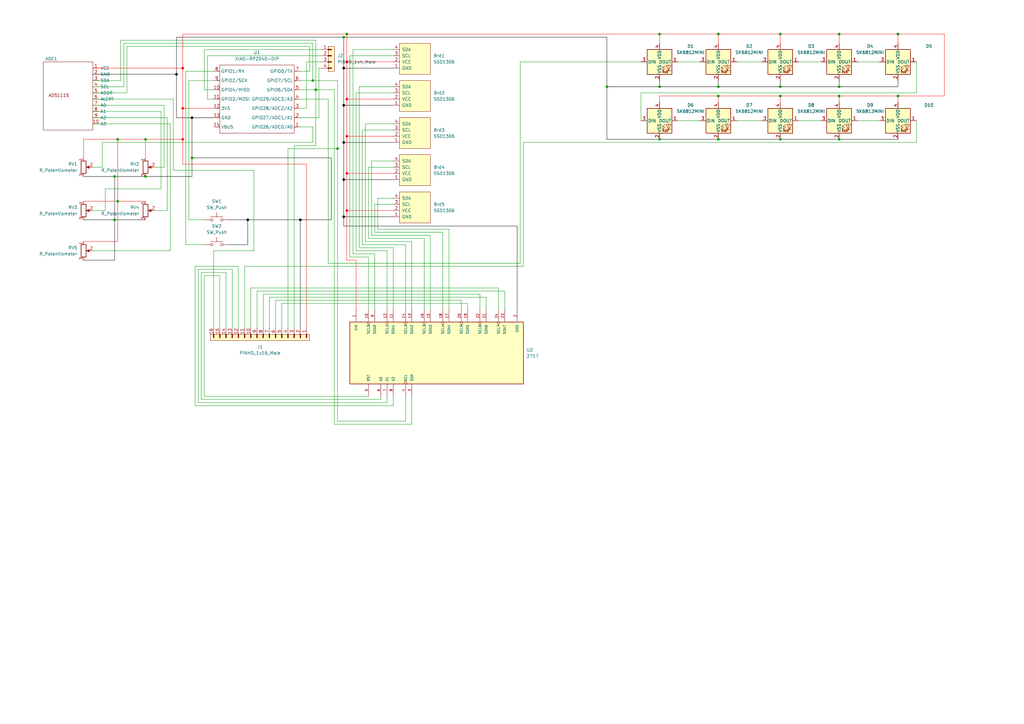
<source format=kicad_sch>
(kicad_sch
	(version 20250114)
	(generator "eeschema")
	(generator_version "9.0")
	(uuid "1c25b4ba-ca1c-46a5-8d8f-011493744f6b")
	(paper "A3")
	(lib_symbols
		(symbol "2717:2717"
			(pin_names
				(offset 1.016)
			)
			(exclude_from_sim no)
			(in_bom yes)
			(on_board yes)
			(property "Reference" "U"
				(at -12.7 36.322 0)
				(effects
					(font
						(size 1.27 1.27)
					)
					(justify left bottom)
				)
			)
			(property "Value" "2717"
				(at -12.7 -38.1 0)
				(effects
					(font
						(size 1.27 1.27)
					)
					(justify left bottom)
				)
			)
			(property "Footprint" "2717:MODULE_2717"
				(at 0 0 0)
				(effects
					(font
						(size 1.27 1.27)
					)
					(justify bottom)
					(hide yes)
				)
			)
			(property "Datasheet" ""
				(at 0 0 0)
				(effects
					(font
						(size 1.27 1.27)
					)
					(hide yes)
				)
			)
			(property "Description" ""
				(at 0 0 0)
				(effects
					(font
						(size 1.27 1.27)
					)
					(hide yes)
				)
			)
			(property "MF" "Adafruit"
				(at 0 0 0)
				(effects
					(font
						(size 1.27 1.27)
					)
					(justify bottom)
					(hide yes)
				)
			)
			(property "MAXIMUM_PACKAGE_HEIGHT" "2.7mm"
				(at 0 0 0)
				(effects
					(font
						(size 1.27 1.27)
					)
					(justify bottom)
					(hide yes)
				)
			)
			(property "Package" "None"
				(at 0 0 0)
				(effects
					(font
						(size 1.27 1.27)
					)
					(justify bottom)
					(hide yes)
				)
			)
			(property "Price" "None"
				(at 0 0 0)
				(effects
					(font
						(size 1.27 1.27)
					)
					(justify bottom)
					(hide yes)
				)
			)
			(property "Check_prices" "https://www.snapeda.com/parts/2717/Adafruit+Industries/view-part/?ref=eda"
				(at 0 0 0)
				(effects
					(font
						(size 1.27 1.27)
					)
					(justify bottom)
					(hide yes)
				)
			)
			(property "STANDARD" "Manufacturer Recommendations"
				(at 0 0 0)
				(effects
					(font
						(size 1.27 1.27)
					)
					(justify bottom)
					(hide yes)
				)
			)
			(property "PARTREV" "Sep 11, 2015"
				(at 0 0 0)
				(effects
					(font
						(size 1.27 1.27)
					)
					(justify bottom)
					(hide yes)
				)
			)
			(property "SnapEDA_Link" "https://www.snapeda.com/parts/2717/Adafruit+Industries/view-part/?ref=snap"
				(at 0 0 0)
				(effects
					(font
						(size 1.27 1.27)
					)
					(justify bottom)
					(hide yes)
				)
			)
			(property "MP" "2717"
				(at 0 0 0)
				(effects
					(font
						(size 1.27 1.27)
					)
					(justify bottom)
					(hide yes)
				)
			)
			(property "Description_1" "Module: multiplexer; I2C interface multiplexer; TCA9548A; 3÷5VDC"
				(at 0 0 0)
				(effects
					(font
						(size 1.27 1.27)
					)
					(justify bottom)
					(hide yes)
				)
			)
			(property "MANUFACTURER" "Adafruit"
				(at 0 0 0)
				(effects
					(font
						(size 1.27 1.27)
					)
					(justify bottom)
					(hide yes)
				)
			)
			(property "Availability" "In Stock"
				(at 0 0 0)
				(effects
					(font
						(size 1.27 1.27)
					)
					(justify bottom)
					(hide yes)
				)
			)
			(property "SNAPEDA_PN" "2717"
				(at 0 0 0)
				(effects
					(font
						(size 1.27 1.27)
					)
					(justify bottom)
					(hide yes)
				)
			)
			(symbol "2717_0_0"
				(rectangle
					(start -12.7 -35.56)
					(end 12.7 35.56)
					(stroke
						(width 0.254)
						(type default)
					)
					(fill
						(type background)
					)
				)
				(pin input line
					(at -17.78 27.94 0)
					(length 5.08)
					(name "RST"
						(effects
							(font
								(size 1.016 1.016)
							)
						)
					)
					(number "5"
						(effects
							(font
								(size 1.016 1.016)
							)
						)
					)
				)
				(pin input line
					(at -17.78 22.86 0)
					(length 5.08)
					(name "A0"
						(effects
							(font
								(size 1.016 1.016)
							)
						)
					)
					(number "6"
						(effects
							(font
								(size 1.016 1.016)
							)
						)
					)
				)
				(pin input line
					(at -17.78 20.32 0)
					(length 5.08)
					(name "A1"
						(effects
							(font
								(size 1.016 1.016)
							)
						)
					)
					(number "7"
						(effects
							(font
								(size 1.016 1.016)
							)
						)
					)
				)
				(pin input line
					(at -17.78 17.78 0)
					(length 5.08)
					(name "A2"
						(effects
							(font
								(size 1.016 1.016)
							)
						)
					)
					(number "8"
						(effects
							(font
								(size 1.016 1.016)
							)
						)
					)
				)
				(pin input clock
					(at -17.78 12.7 0)
					(length 5.08)
					(name "SCL"
						(effects
							(font
								(size 1.016 1.016)
							)
						)
					)
					(number "4"
						(effects
							(font
								(size 1.016 1.016)
							)
						)
					)
				)
				(pin bidirectional line
					(at -17.78 10.16 0)
					(length 5.08)
					(name "SDA"
						(effects
							(font
								(size 1.016 1.016)
							)
						)
					)
					(number "3"
						(effects
							(font
								(size 1.016 1.016)
							)
						)
					)
				)
				(pin power_in line
					(at 17.78 33.02 180)
					(length 5.08)
					(name "VIN"
						(effects
							(font
								(size 1.016 1.016)
							)
						)
					)
					(number "1"
						(effects
							(font
								(size 1.016 1.016)
							)
						)
					)
				)
				(pin output clock
					(at 17.78 27.94 180)
					(length 5.08)
					(name "SCL0"
						(effects
							(font
								(size 1.016 1.016)
							)
						)
					)
					(number "10"
						(effects
							(font
								(size 1.016 1.016)
							)
						)
					)
				)
				(pin bidirectional line
					(at 17.78 25.4 180)
					(length 5.08)
					(name "SDA0"
						(effects
							(font
								(size 1.016 1.016)
							)
						)
					)
					(number "9"
						(effects
							(font
								(size 1.016 1.016)
							)
						)
					)
				)
				(pin output clock
					(at 17.78 20.32 180)
					(length 5.08)
					(name "SCL1"
						(effects
							(font
								(size 1.016 1.016)
							)
						)
					)
					(number "12"
						(effects
							(font
								(size 1.016 1.016)
							)
						)
					)
				)
				(pin bidirectional line
					(at 17.78 17.78 180)
					(length 5.08)
					(name "SDA1"
						(effects
							(font
								(size 1.016 1.016)
							)
						)
					)
					(number "11"
						(effects
							(font
								(size 1.016 1.016)
							)
						)
					)
				)
				(pin output clock
					(at 17.78 12.7 180)
					(length 5.08)
					(name "SCL2"
						(effects
							(font
								(size 1.016 1.016)
							)
						)
					)
					(number "14"
						(effects
							(font
								(size 1.016 1.016)
							)
						)
					)
				)
				(pin bidirectional line
					(at 17.78 10.16 180)
					(length 5.08)
					(name "SDA2"
						(effects
							(font
								(size 1.016 1.016)
							)
						)
					)
					(number "13"
						(effects
							(font
								(size 1.016 1.016)
							)
						)
					)
				)
				(pin output clock
					(at 17.78 5.08 180)
					(length 5.08)
					(name "SCL3"
						(effects
							(font
								(size 1.016 1.016)
							)
						)
					)
					(number "16"
						(effects
							(font
								(size 1.016 1.016)
							)
						)
					)
				)
				(pin bidirectional line
					(at 17.78 2.54 180)
					(length 5.08)
					(name "SDA3"
						(effects
							(font
								(size 1.016 1.016)
							)
						)
					)
					(number "15"
						(effects
							(font
								(size 1.016 1.016)
							)
						)
					)
				)
				(pin output clock
					(at 17.78 -2.54 180)
					(length 5.08)
					(name "SCL4"
						(effects
							(font
								(size 1.016 1.016)
							)
						)
					)
					(number "18"
						(effects
							(font
								(size 1.016 1.016)
							)
						)
					)
				)
				(pin bidirectional line
					(at 17.78 -5.08 180)
					(length 5.08)
					(name "SDA4"
						(effects
							(font
								(size 1.016 1.016)
							)
						)
					)
					(number "17"
						(effects
							(font
								(size 1.016 1.016)
							)
						)
					)
				)
				(pin output clock
					(at 17.78 -10.16 180)
					(length 5.08)
					(name "SCL5"
						(effects
							(font
								(size 1.016 1.016)
							)
						)
					)
					(number "20"
						(effects
							(font
								(size 1.016 1.016)
							)
						)
					)
				)
				(pin bidirectional line
					(at 17.78 -12.7 180)
					(length 5.08)
					(name "SDA5"
						(effects
							(font
								(size 1.016 1.016)
							)
						)
					)
					(number "19"
						(effects
							(font
								(size 1.016 1.016)
							)
						)
					)
				)
				(pin output clock
					(at 17.78 -17.78 180)
					(length 5.08)
					(name "SCL6"
						(effects
							(font
								(size 1.016 1.016)
							)
						)
					)
					(number "22"
						(effects
							(font
								(size 1.016 1.016)
							)
						)
					)
				)
				(pin bidirectional line
					(at 17.78 -20.32 180)
					(length 5.08)
					(name "SDA6"
						(effects
							(font
								(size 1.016 1.016)
							)
						)
					)
					(number "21"
						(effects
							(font
								(size 1.016 1.016)
							)
						)
					)
				)
				(pin output clock
					(at 17.78 -25.4 180)
					(length 5.08)
					(name "SCL7"
						(effects
							(font
								(size 1.016 1.016)
							)
						)
					)
					(number "24"
						(effects
							(font
								(size 1.016 1.016)
							)
						)
					)
				)
				(pin bidirectional line
					(at 17.78 -27.94 180)
					(length 5.08)
					(name "SDA7"
						(effects
							(font
								(size 1.016 1.016)
							)
						)
					)
					(number "23"
						(effects
							(font
								(size 1.016 1.016)
							)
						)
					)
				)
				(pin power_in line
					(at 17.78 -33.02 180)
					(length 5.08)
					(name "GND"
						(effects
							(font
								(size 1.016 1.016)
							)
						)
					)
					(number "2"
						(effects
							(font
								(size 1.016 1.016)
							)
						)
					)
				)
			)
			(embedded_fonts no)
		)
		(symbol "ADS1115:ADS1115"
			(exclude_from_sim no)
			(in_bom yes)
			(on_board yes)
			(property "Reference" "ADC1"
				(at -13.208 0 0)
				(effects
					(font
						(size 1.27 1.27)
					)
					(justify left)
				)
			)
			(property "Value" "~"
				(at 10.16 -16.51 0)
				(effects
					(font
						(size 1.27 1.27)
					)
					(justify left)
				)
			)
			(property "Footprint" "Connector_PinHeader_1.00mm:PinHeader_1x10_P1.00mm_Vertical"
				(at 0 0 0)
				(effects
					(font
						(size 1.27 1.27)
					)
					(hide yes)
				)
			)
			(property "Datasheet" ""
				(at 0 0 0)
				(effects
					(font
						(size 1.27 1.27)
					)
					(hide yes)
				)
			)
			(property "Description" ""
				(at 0 0 0)
				(effects
					(font
						(size 1.27 1.27)
					)
					(hide yes)
				)
			)
			(symbol "ADS1115_0_1"
				(rectangle
					(start -13.97 -1.27)
					(end 6.35 -29.21)
					(stroke
						(width 0)
						(type default)
					)
					(fill
						(type none)
					)
				)
			)
			(symbol "ADS1115_1_1"
				(text "ADS1115"
					(at -7.62 -14.986 0)
					(effects
						(font
							(size 1.27 1.27)
						)
					)
				)
				(pin power_in line
					(at 6.35 -3.81 0)
					(length 2.54)
					(name "VCC"
						(effects
							(font
								(size 1.27 1.27)
							)
						)
					)
					(number "1"
						(effects
							(font
								(size 1.27 1.27)
							)
						)
					)
				)
				(pin power_in line
					(at 6.35 -6.35 0)
					(length 2.54)
					(name "GND"
						(effects
							(font
								(size 1.27 1.27)
							)
						)
					)
					(number "2"
						(effects
							(font
								(size 1.27 1.27)
							)
						)
					)
				)
				(pin bidirectional line
					(at 6.35 -8.89 0)
					(length 2.54)
					(name "SDA"
						(effects
							(font
								(size 1.27 1.27)
							)
						)
					)
					(number "3"
						(effects
							(font
								(size 1.27 1.27)
							)
						)
					)
				)
				(pin bidirectional line
					(at 6.35 -11.43 0)
					(length 2.54)
					(name "SCL"
						(effects
							(font
								(size 1.27 1.27)
							)
						)
					)
					(number "4"
						(effects
							(font
								(size 1.27 1.27)
							)
						)
					)
				)
				(pin input line
					(at 6.35 -13.97 0)
					(length 2.54)
					(name "ADDR"
						(effects
							(font
								(size 1.27 1.27)
							)
						)
					)
					(number "5"
						(effects
							(font
								(size 1.27 1.27)
							)
						)
					)
				)
				(pin unspecified line
					(at 6.35 -16.51 0)
					(length 2.54)
					(name "ALERT"
						(effects
							(font
								(size 1.27 1.27)
							)
						)
					)
					(number "6"
						(effects
							(font
								(size 1.27 1.27)
							)
						)
					)
				)
				(pin input line
					(at 6.35 -19.05 0)
					(length 2.54)
					(name "A0"
						(effects
							(font
								(size 1.27 1.27)
							)
						)
					)
					(number "7"
						(effects
							(font
								(size 1.27 1.27)
							)
						)
					)
				)
				(pin input line
					(at 6.35 -21.59 0)
					(length 2.54)
					(name "A1"
						(effects
							(font
								(size 1.27 1.27)
							)
						)
					)
					(number "8"
						(effects
							(font
								(size 1.27 1.27)
							)
						)
					)
				)
				(pin input line
					(at 6.35 -24.13 0)
					(length 2.54)
					(name "A2"
						(effects
							(font
								(size 1.27 1.27)
							)
						)
					)
					(number "9"
						(effects
							(font
								(size 1.27 1.27)
							)
						)
					)
				)
				(pin input line
					(at 6.35 -26.67 0)
					(length 2.54)
					(name "A3"
						(effects
							(font
								(size 1.27 1.27)
							)
						)
					)
					(number "10"
						(effects
							(font
								(size 1.27 1.27)
							)
						)
					)
				)
			)
			(embedded_fonts no)
		)
		(symbol "Device:R_Potentiometer"
			(pin_names
				(offset 1.016)
				(hide yes)
			)
			(exclude_from_sim no)
			(in_bom yes)
			(on_board yes)
			(property "Reference" "RV"
				(at -4.445 0 90)
				(effects
					(font
						(size 1.27 1.27)
					)
				)
			)
			(property "Value" "R_Potentiometer"
				(at -2.54 0 90)
				(effects
					(font
						(size 1.27 1.27)
					)
				)
			)
			(property "Footprint" ""
				(at 0 0 0)
				(effects
					(font
						(size 1.27 1.27)
					)
					(hide yes)
				)
			)
			(property "Datasheet" "~"
				(at 0 0 0)
				(effects
					(font
						(size 1.27 1.27)
					)
					(hide yes)
				)
			)
			(property "Description" "Potentiometer"
				(at 0 0 0)
				(effects
					(font
						(size 1.27 1.27)
					)
					(hide yes)
				)
			)
			(property "ki_keywords" "resistor variable"
				(at 0 0 0)
				(effects
					(font
						(size 1.27 1.27)
					)
					(hide yes)
				)
			)
			(property "ki_fp_filters" "Potentiometer*"
				(at 0 0 0)
				(effects
					(font
						(size 1.27 1.27)
					)
					(hide yes)
				)
			)
			(symbol "R_Potentiometer_0_1"
				(rectangle
					(start 1.016 2.54)
					(end -1.016 -2.54)
					(stroke
						(width 0.254)
						(type default)
					)
					(fill
						(type none)
					)
				)
				(polyline
					(pts
						(xy 1.143 0) (xy 2.286 0.508) (xy 2.286 -0.508) (xy 1.143 0)
					)
					(stroke
						(width 0)
						(type default)
					)
					(fill
						(type outline)
					)
				)
				(polyline
					(pts
						(xy 2.54 0) (xy 1.524 0)
					)
					(stroke
						(width 0)
						(type default)
					)
					(fill
						(type none)
					)
				)
			)
			(symbol "R_Potentiometer_1_1"
				(pin passive line
					(at 0 3.81 270)
					(length 1.27)
					(name "1"
						(effects
							(font
								(size 1.27 1.27)
							)
						)
					)
					(number "1"
						(effects
							(font
								(size 1.27 1.27)
							)
						)
					)
				)
				(pin passive line
					(at 0 -3.81 90)
					(length 1.27)
					(name "3"
						(effects
							(font
								(size 1.27 1.27)
							)
						)
					)
					(number "3"
						(effects
							(font
								(size 1.27 1.27)
							)
						)
					)
				)
				(pin passive line
					(at 3.81 0 180)
					(length 1.27)
					(name "2"
						(effects
							(font
								(size 1.27 1.27)
							)
						)
					)
					(number "2"
						(effects
							(font
								(size 1.27 1.27)
							)
						)
					)
				)
			)
			(embedded_fonts no)
		)
		(symbol "LED:SK6812MINI"
			(pin_names
				(offset 0.254)
			)
			(exclude_from_sim no)
			(in_bom yes)
			(on_board yes)
			(property "Reference" "D"
				(at 5.08 5.715 0)
				(effects
					(font
						(size 1.27 1.27)
					)
					(justify right bottom)
				)
			)
			(property "Value" "SK6812MINI"
				(at 1.27 -5.715 0)
				(effects
					(font
						(size 1.27 1.27)
					)
					(justify left top)
				)
			)
			(property "Footprint" "LED_SMD:LED_SK6812MINI_PLCC4_3.5x3.5mm_P1.75mm"
				(at 1.27 -7.62 0)
				(effects
					(font
						(size 1.27 1.27)
					)
					(justify left top)
					(hide yes)
				)
			)
			(property "Datasheet" "https://cdn-shop.adafruit.com/product-files/2686/SK6812MINI_REV.01-1-2.pdf"
				(at 2.54 -9.525 0)
				(effects
					(font
						(size 1.27 1.27)
					)
					(justify left top)
					(hide yes)
				)
			)
			(property "Description" "RGB LED with integrated controller"
				(at 0 0 0)
				(effects
					(font
						(size 1.27 1.27)
					)
					(hide yes)
				)
			)
			(property "ki_keywords" "RGB LED NeoPixel Mini addressable"
				(at 0 0 0)
				(effects
					(font
						(size 1.27 1.27)
					)
					(hide yes)
				)
			)
			(property "ki_fp_filters" "LED*SK6812MINI*PLCC*3.5x3.5mm*P1.75mm*"
				(at 0 0 0)
				(effects
					(font
						(size 1.27 1.27)
					)
					(hide yes)
				)
			)
			(symbol "SK6812MINI_0_0"
				(text "RGB"
					(at 2.286 -4.191 0)
					(effects
						(font
							(size 0.762 0.762)
						)
					)
				)
			)
			(symbol "SK6812MINI_0_1"
				(polyline
					(pts
						(xy 1.27 -2.54) (xy 1.778 -2.54)
					)
					(stroke
						(width 0)
						(type default)
					)
					(fill
						(type none)
					)
				)
				(polyline
					(pts
						(xy 1.27 -3.556) (xy 1.778 -3.556)
					)
					(stroke
						(width 0)
						(type default)
					)
					(fill
						(type none)
					)
				)
				(polyline
					(pts
						(xy 2.286 -1.524) (xy 1.27 -2.54) (xy 1.27 -2.032)
					)
					(stroke
						(width 0)
						(type default)
					)
					(fill
						(type none)
					)
				)
				(polyline
					(pts
						(xy 2.286 -2.54) (xy 1.27 -3.556) (xy 1.27 -3.048)
					)
					(stroke
						(width 0)
						(type default)
					)
					(fill
						(type none)
					)
				)
				(polyline
					(pts
						(xy 3.683 -1.016) (xy 3.683 -3.556) (xy 3.683 -4.064)
					)
					(stroke
						(width 0)
						(type default)
					)
					(fill
						(type none)
					)
				)
				(polyline
					(pts
						(xy 4.699 -1.524) (xy 2.667 -1.524) (xy 3.683 -3.556) (xy 4.699 -1.524)
					)
					(stroke
						(width 0)
						(type default)
					)
					(fill
						(type none)
					)
				)
				(polyline
					(pts
						(xy 4.699 -3.556) (xy 2.667 -3.556)
					)
					(stroke
						(width 0)
						(type default)
					)
					(fill
						(type none)
					)
				)
				(rectangle
					(start 5.08 5.08)
					(end -5.08 -5.08)
					(stroke
						(width 0.254)
						(type default)
					)
					(fill
						(type background)
					)
				)
			)
			(symbol "SK6812MINI_1_1"
				(pin input line
					(at -7.62 0 0)
					(length 2.54)
					(name "DIN"
						(effects
							(font
								(size 1.27 1.27)
							)
						)
					)
					(number "3"
						(effects
							(font
								(size 1.27 1.27)
							)
						)
					)
				)
				(pin power_in line
					(at 0 7.62 270)
					(length 2.54)
					(name "VDD"
						(effects
							(font
								(size 1.27 1.27)
							)
						)
					)
					(number "4"
						(effects
							(font
								(size 1.27 1.27)
							)
						)
					)
				)
				(pin power_in line
					(at 0 -7.62 90)
					(length 2.54)
					(name "VSS"
						(effects
							(font
								(size 1.27 1.27)
							)
						)
					)
					(number "2"
						(effects
							(font
								(size 1.27 1.27)
							)
						)
					)
				)
				(pin output line
					(at 7.62 0 180)
					(length 2.54)
					(name "DOUT"
						(effects
							(font
								(size 1.27 1.27)
							)
						)
					)
					(number "1"
						(effects
							(font
								(size 1.27 1.27)
							)
						)
					)
				)
			)
			(embedded_fonts no)
		)
		(symbol "PCM_SL_Pin_Headers:PINHD_1x16_Male"
			(exclude_from_sim no)
			(in_bom yes)
			(on_board yes)
			(property "Reference" "J"
				(at 0 24.13 0)
				(effects
					(font
						(size 1.27 1.27)
					)
				)
			)
			(property "Value" "PINHD_1x16_Male"
				(at 0 21.59 0)
				(effects
					(font
						(size 1.27 1.27)
					)
				)
			)
			(property "Footprint" "Connector_PinHeader_2.54mm:PinHeader_1x16_P2.54mm_Vertical"
				(at -1.27 26.67 0)
				(effects
					(font
						(size 1.27 1.27)
					)
					(hide yes)
				)
			)
			(property "Datasheet" ""
				(at 0 25.4 0)
				(effects
					(font
						(size 1.27 1.27)
					)
					(hide yes)
				)
			)
			(property "Description" "Pin Header male with pin space 2.54mm. Pin Count -16"
				(at 0 0 0)
				(effects
					(font
						(size 1.27 1.27)
					)
					(hide yes)
				)
			)
			(property "ki_keywords" "Pin Header"
				(at 0 0 0)
				(effects
					(font
						(size 1.27 1.27)
					)
					(hide yes)
				)
			)
			(property "ki_fp_filters" "PinHeader_1x16_P2.54mm*"
				(at 0 0 0)
				(effects
					(font
						(size 1.27 1.27)
					)
					(hide yes)
				)
			)
			(symbol "PINHD_1x16_Male_0_1"
				(rectangle
					(start -1.27 20.32)
					(end 1.27 -20.32)
					(stroke
						(width 0)
						(type default)
					)
					(fill
						(type background)
					)
				)
				(polyline
					(pts
						(xy -1.27 19.05) (xy 0 19.05)
					)
					(stroke
						(width 0.5)
						(type default)
					)
					(fill
						(type none)
					)
				)
				(polyline
					(pts
						(xy -1.27 16.51) (xy 0 16.51)
					)
					(stroke
						(width 0.3)
						(type default)
					)
					(fill
						(type none)
					)
				)
				(polyline
					(pts
						(xy -1.27 16.51) (xy 0 16.51)
					)
					(stroke
						(width 0.5)
						(type default)
					)
					(fill
						(type none)
					)
				)
				(polyline
					(pts
						(xy -1.27 13.97) (xy 0 13.97)
					)
					(stroke
						(width 0.3)
						(type default)
					)
					(fill
						(type none)
					)
				)
				(polyline
					(pts
						(xy -1.27 13.97) (xy 0 13.97)
					)
					(stroke
						(width 0.5)
						(type default)
					)
					(fill
						(type none)
					)
				)
				(polyline
					(pts
						(xy -1.27 11.43) (xy 0 11.43)
					)
					(stroke
						(width 0.3)
						(type default)
					)
					(fill
						(type none)
					)
				)
				(polyline
					(pts
						(xy -1.27 11.43) (xy 0 11.43)
					)
					(stroke
						(width 0.5)
						(type default)
					)
					(fill
						(type none)
					)
				)
				(polyline
					(pts
						(xy -1.27 8.89) (xy 0 8.89)
					)
					(stroke
						(width 0.3)
						(type default)
					)
					(fill
						(type none)
					)
				)
				(polyline
					(pts
						(xy -1.27 8.89) (xy 0 8.89)
					)
					(stroke
						(width 0.5)
						(type default)
					)
					(fill
						(type none)
					)
				)
				(polyline
					(pts
						(xy -1.27 6.35) (xy 0 6.35)
					)
					(stroke
						(width 0.3)
						(type default)
					)
					(fill
						(type none)
					)
				)
				(polyline
					(pts
						(xy -1.27 6.35) (xy 0 6.35)
					)
					(stroke
						(width 0.5)
						(type default)
					)
					(fill
						(type none)
					)
				)
				(polyline
					(pts
						(xy -1.27 3.81) (xy 0 3.81)
					)
					(stroke
						(width 0.3)
						(type default)
					)
					(fill
						(type none)
					)
				)
				(polyline
					(pts
						(xy -1.27 3.81) (xy 0 3.81)
					)
					(stroke
						(width 0.5)
						(type default)
					)
					(fill
						(type none)
					)
				)
				(polyline
					(pts
						(xy -1.27 1.27) (xy 0 1.27)
					)
					(stroke
						(width 0.3)
						(type default)
					)
					(fill
						(type none)
					)
				)
				(polyline
					(pts
						(xy -1.27 1.27) (xy 0 1.27)
					)
					(stroke
						(width 0.5)
						(type default)
					)
					(fill
						(type none)
					)
				)
				(polyline
					(pts
						(xy -1.27 -1.27) (xy 0 -1.27)
					)
					(stroke
						(width 0.3)
						(type default)
					)
					(fill
						(type none)
					)
				)
				(polyline
					(pts
						(xy -1.27 -1.27) (xy 0 -1.27)
					)
					(stroke
						(width 0.5)
						(type default)
					)
					(fill
						(type none)
					)
				)
				(polyline
					(pts
						(xy -1.27 -3.81) (xy 0 -3.81)
					)
					(stroke
						(width 0.3)
						(type default)
					)
					(fill
						(type none)
					)
				)
				(polyline
					(pts
						(xy -1.27 -3.81) (xy 0 -3.81)
					)
					(stroke
						(width 0.5)
						(type default)
					)
					(fill
						(type none)
					)
				)
				(polyline
					(pts
						(xy -1.27 -6.35) (xy 0 -6.35)
					)
					(stroke
						(width 0.5)
						(type default)
					)
					(fill
						(type none)
					)
				)
				(polyline
					(pts
						(xy -1.27 -8.89) (xy 0 -8.89)
					)
					(stroke
						(width 0.5)
						(type default)
					)
					(fill
						(type none)
					)
				)
				(polyline
					(pts
						(xy -1.27 -11.43) (xy 0 -11.43)
					)
					(stroke
						(width 0.5)
						(type default)
					)
					(fill
						(type none)
					)
				)
				(polyline
					(pts
						(xy -1.27 -13.97) (xy 0 -13.97)
					)
					(stroke
						(width 0.5)
						(type default)
					)
					(fill
						(type none)
					)
				)
				(polyline
					(pts
						(xy -1.27 -16.51) (xy 0 -16.51)
					)
					(stroke
						(width 0.5)
						(type default)
					)
					(fill
						(type none)
					)
				)
				(polyline
					(pts
						(xy -1.27 -19.05) (xy 0 -19.05)
					)
					(stroke
						(width 0.5)
						(type default)
					)
					(fill
						(type none)
					)
				)
			)
			(symbol "PINHD_1x16_Male_1_1"
				(pin passive line
					(at -3.81 19.05 0)
					(length 2.54)
					(name ""
						(effects
							(font
								(size 1.27 1.27)
							)
						)
					)
					(number "1"
						(effects
							(font
								(size 1.27 1.27)
							)
						)
					)
				)
				(pin passive line
					(at -3.81 16.51 0)
					(length 2.54)
					(name ""
						(effects
							(font
								(size 1.27 1.27)
							)
						)
					)
					(number "2"
						(effects
							(font
								(size 1.27 1.27)
							)
						)
					)
				)
				(pin passive line
					(at -3.81 13.97 0)
					(length 2.54)
					(name ""
						(effects
							(font
								(size 1.27 1.27)
							)
						)
					)
					(number "3"
						(effects
							(font
								(size 1.27 1.27)
							)
						)
					)
				)
				(pin passive line
					(at -3.81 11.43 0)
					(length 2.54)
					(name ""
						(effects
							(font
								(size 1.27 1.27)
							)
						)
					)
					(number "4"
						(effects
							(font
								(size 1.27 1.27)
							)
						)
					)
				)
				(pin passive line
					(at -3.81 8.89 0)
					(length 2.54)
					(name ""
						(effects
							(font
								(size 1.27 1.27)
							)
						)
					)
					(number "5"
						(effects
							(font
								(size 1.27 1.27)
							)
						)
					)
				)
				(pin passive line
					(at -3.81 6.35 0)
					(length 2.54)
					(name ""
						(effects
							(font
								(size 1.27 1.27)
							)
						)
					)
					(number "6"
						(effects
							(font
								(size 1.27 1.27)
							)
						)
					)
				)
				(pin passive line
					(at -3.81 3.81 0)
					(length 2.54)
					(name ""
						(effects
							(font
								(size 1.27 1.27)
							)
						)
					)
					(number "7"
						(effects
							(font
								(size 1.27 1.27)
							)
						)
					)
				)
				(pin passive line
					(at -3.81 1.27 0)
					(length 2.54)
					(name ""
						(effects
							(font
								(size 1.27 1.27)
							)
						)
					)
					(number "8"
						(effects
							(font
								(size 1.27 1.27)
							)
						)
					)
				)
				(pin passive line
					(at -3.81 -1.27 0)
					(length 2.54)
					(name ""
						(effects
							(font
								(size 1.27 1.27)
							)
						)
					)
					(number "9"
						(effects
							(font
								(size 1.27 1.27)
							)
						)
					)
				)
				(pin passive line
					(at -3.81 -3.81 0)
					(length 2.54)
					(name ""
						(effects
							(font
								(size 1.27 1.27)
							)
						)
					)
					(number "10"
						(effects
							(font
								(size 1.27 1.27)
							)
						)
					)
				)
				(pin passive line
					(at -3.81 -6.35 0)
					(length 2.54)
					(name ""
						(effects
							(font
								(size 1.27 1.27)
							)
						)
					)
					(number "11"
						(effects
							(font
								(size 1.27 1.27)
							)
						)
					)
				)
				(pin passive line
					(at -3.81 -8.89 0)
					(length 2.54)
					(name ""
						(effects
							(font
								(size 1.27 1.27)
							)
						)
					)
					(number "12"
						(effects
							(font
								(size 1.27 1.27)
							)
						)
					)
				)
				(pin passive line
					(at -3.81 -11.43 0)
					(length 2.54)
					(name ""
						(effects
							(font
								(size 1.27 1.27)
							)
						)
					)
					(number "13"
						(effects
							(font
								(size 1.27 1.27)
							)
						)
					)
				)
				(pin passive line
					(at -3.81 -13.97 0)
					(length 2.54)
					(name ""
						(effects
							(font
								(size 1.27 1.27)
							)
						)
					)
					(number "14"
						(effects
							(font
								(size 1.27 1.27)
							)
						)
					)
				)
				(pin passive line
					(at -3.81 -16.51 0)
					(length 2.54)
					(name ""
						(effects
							(font
								(size 1.27 1.27)
							)
						)
					)
					(number "15"
						(effects
							(font
								(size 1.27 1.27)
							)
						)
					)
				)
				(pin passive line
					(at -3.81 -19.05 0)
					(length 2.54)
					(name ""
						(effects
							(font
								(size 1.27 1.27)
							)
						)
					)
					(number "16"
						(effects
							(font
								(size 1.27 1.27)
							)
						)
					)
				)
			)
			(embedded_fonts no)
		)
		(symbol "PCM_SL_Pin_Headers:PINHD_1x4_Male"
			(exclude_from_sim no)
			(in_bom yes)
			(on_board yes)
			(property "Reference" "J"
				(at 0 8.89 0)
				(effects
					(font
						(size 1.27 1.27)
					)
				)
			)
			(property "Value" "PINHD_1x4_Male"
				(at 0 6.35 0)
				(effects
					(font
						(size 1.27 1.27)
					)
				)
			)
			(property "Footprint" "Connector_PinHeader_2.54mm:PinHeader_1x04_P2.54mm_Vertical"
				(at -1.27 11.43 0)
				(effects
					(font
						(size 1.27 1.27)
					)
					(hide yes)
				)
			)
			(property "Datasheet" ""
				(at 0 10.16 0)
				(effects
					(font
						(size 1.27 1.27)
					)
					(hide yes)
				)
			)
			(property "Description" "Pin Header male with pin space 2.54mm. Pin Count -4"
				(at 0 0 0)
				(effects
					(font
						(size 1.27 1.27)
					)
					(hide yes)
				)
			)
			(property "ki_keywords" "Pin Header"
				(at 0 0 0)
				(effects
					(font
						(size 1.27 1.27)
					)
					(hide yes)
				)
			)
			(property "ki_fp_filters" "PinHeader_1x04_P2.54mm*"
				(at 0 0 0)
				(effects
					(font
						(size 1.27 1.27)
					)
					(hide yes)
				)
			)
			(symbol "PINHD_1x4_Male_0_1"
				(rectangle
					(start -1.27 5.08)
					(end 1.27 -5.08)
					(stroke
						(width 0)
						(type default)
					)
					(fill
						(type background)
					)
				)
				(polyline
					(pts
						(xy -1.27 3.81) (xy 0 3.81)
					)
					(stroke
						(width 0.3)
						(type default)
					)
					(fill
						(type none)
					)
				)
				(polyline
					(pts
						(xy -1.27 3.81) (xy 0 3.81)
					)
					(stroke
						(width 0.5)
						(type default)
					)
					(fill
						(type none)
					)
				)
				(polyline
					(pts
						(xy -1.27 1.27) (xy 0 1.27)
					)
					(stroke
						(width 0.3)
						(type default)
					)
					(fill
						(type none)
					)
				)
				(polyline
					(pts
						(xy -1.27 1.27) (xy 0 1.27)
					)
					(stroke
						(width 0.5)
						(type default)
					)
					(fill
						(type none)
					)
				)
				(polyline
					(pts
						(xy -1.27 -1.27) (xy 0 -1.27)
					)
					(stroke
						(width 0.3)
						(type default)
					)
					(fill
						(type none)
					)
				)
				(polyline
					(pts
						(xy -1.27 -1.27) (xy 0 -1.27)
					)
					(stroke
						(width 0.5)
						(type default)
					)
					(fill
						(type none)
					)
				)
				(polyline
					(pts
						(xy -1.27 -3.81) (xy 0 -3.81)
					)
					(stroke
						(width 0.3)
						(type default)
					)
					(fill
						(type none)
					)
				)
				(polyline
					(pts
						(xy -1.27 -3.81) (xy 0 -3.81)
					)
					(stroke
						(width 0.5)
						(type default)
					)
					(fill
						(type none)
					)
				)
			)
			(symbol "PINHD_1x4_Male_1_1"
				(pin passive line
					(at -3.81 3.81 0)
					(length 2.54)
					(name ""
						(effects
							(font
								(size 1.27 1.27)
							)
						)
					)
					(number "1"
						(effects
							(font
								(size 1.27 1.27)
							)
						)
					)
				)
				(pin passive line
					(at -3.81 1.27 0)
					(length 2.54)
					(name ""
						(effects
							(font
								(size 1.27 1.27)
							)
						)
					)
					(number "2"
						(effects
							(font
								(size 1.27 1.27)
							)
						)
					)
				)
				(pin passive line
					(at -3.81 -1.27 0)
					(length 2.54)
					(name ""
						(effects
							(font
								(size 1.27 1.27)
							)
						)
					)
					(number "3"
						(effects
							(font
								(size 1.27 1.27)
							)
						)
					)
				)
				(pin passive line
					(at -3.81 -3.81 0)
					(length 2.54)
					(name ""
						(effects
							(font
								(size 1.27 1.27)
							)
						)
					)
					(number "4"
						(effects
							(font
								(size 1.27 1.27)
							)
						)
					)
				)
			)
			(embedded_fonts no)
		)
		(symbol "SSD1306-128x64_OLED:SSD1306"
			(pin_names
				(offset 1.016)
			)
			(exclude_from_sim no)
			(in_bom yes)
			(on_board yes)
			(property "Reference" "Brd"
				(at 0 -3.81 0)
				(effects
					(font
						(size 1.27 1.27)
					)
				)
			)
			(property "Value" "SSD1306"
				(at 0 -1.27 0)
				(effects
					(font
						(size 1.27 1.27)
					)
				)
			)
			(property "Footprint" ""
				(at 0 6.35 0)
				(effects
					(font
						(size 1.27 1.27)
					)
					(hide yes)
				)
			)
			(property "Datasheet" ""
				(at 0 6.35 0)
				(effects
					(font
						(size 1.27 1.27)
					)
					(hide yes)
				)
			)
			(property "Description" "SSD1306 OLED"
				(at 0 0 0)
				(effects
					(font
						(size 1.27 1.27)
					)
					(hide yes)
				)
			)
			(property "ki_keywords" "SSD1306"
				(at 0 0 0)
				(effects
					(font
						(size 1.27 1.27)
					)
					(hide yes)
				)
			)
			(property "ki_fp_filters" "SSD1306-128x64_OLED:SSD1306"
				(at 0 0 0)
				(effects
					(font
						(size 1.27 1.27)
					)
					(hide yes)
				)
			)
			(symbol "SSD1306_0_1"
				(rectangle
					(start -6.35 6.35)
					(end 6.35 -6.35)
					(stroke
						(width 0)
						(type solid)
					)
					(fill
						(type background)
					)
				)
			)
			(symbol "SSD1306_1_1"
				(pin input line
					(at -3.81 8.89 270)
					(length 2.54)
					(name "GND"
						(effects
							(font
								(size 1.27 1.27)
							)
						)
					)
					(number "1"
						(effects
							(font
								(size 1.27 1.27)
							)
						)
					)
				)
				(pin input line
					(at -1.27 8.89 270)
					(length 2.54)
					(name "VCC"
						(effects
							(font
								(size 1.27 1.27)
							)
						)
					)
					(number "2"
						(effects
							(font
								(size 1.27 1.27)
							)
						)
					)
				)
				(pin input line
					(at 1.27 8.89 270)
					(length 2.54)
					(name "SCL"
						(effects
							(font
								(size 1.27 1.27)
							)
						)
					)
					(number "3"
						(effects
							(font
								(size 1.27 1.27)
							)
						)
					)
				)
				(pin input line
					(at 3.81 8.89 270)
					(length 2.54)
					(name "SDA"
						(effects
							(font
								(size 1.27 1.27)
							)
						)
					)
					(number "4"
						(effects
							(font
								(size 1.27 1.27)
							)
						)
					)
				)
			)
			(embedded_fonts no)
		)
		(symbol "Seeed_Studio_XIAO_Series:XIAO-RP2040-DIP"
			(exclude_from_sim no)
			(in_bom yes)
			(on_board yes)
			(property "Reference" "U"
				(at 0 0 0)
				(effects
					(font
						(size 1.27 1.27)
					)
				)
			)
			(property "Value" "XIAO-RP2040-DIP"
				(at 5.334 -1.778 0)
				(effects
					(font
						(size 1.27 1.27)
					)
				)
			)
			(property "Footprint" "Module:MOUDLE14P-XIAO-DIP-SMD"
				(at 14.478 -32.258 0)
				(effects
					(font
						(size 1.27 1.27)
					)
					(hide yes)
				)
			)
			(property "Datasheet" ""
				(at 0 0 0)
				(effects
					(font
						(size 1.27 1.27)
					)
					(hide yes)
				)
			)
			(property "Description" ""
				(at 0 0 0)
				(effects
					(font
						(size 1.27 1.27)
					)
					(hide yes)
				)
			)
			(symbol "XIAO-RP2040-DIP_1_0"
				(polyline
					(pts
						(xy -1.27 -2.54) (xy 29.21 -2.54)
					)
					(stroke
						(width 0.1524)
						(type solid)
					)
					(fill
						(type none)
					)
				)
				(polyline
					(pts
						(xy -1.27 -5.08) (xy -2.54 -5.08)
					)
					(stroke
						(width 0.1524)
						(type solid)
					)
					(fill
						(type none)
					)
				)
				(polyline
					(pts
						(xy -1.27 -5.08) (xy -1.27 -2.54)
					)
					(stroke
						(width 0.1524)
						(type solid)
					)
					(fill
						(type none)
					)
				)
				(polyline
					(pts
						(xy -1.27 -8.89) (xy -2.54 -8.89)
					)
					(stroke
						(width 0.1524)
						(type solid)
					)
					(fill
						(type none)
					)
				)
				(polyline
					(pts
						(xy -1.27 -8.89) (xy -1.27 -5.08)
					)
					(stroke
						(width 0.1524)
						(type solid)
					)
					(fill
						(type none)
					)
				)
				(polyline
					(pts
						(xy -1.27 -12.7) (xy -2.54 -12.7)
					)
					(stroke
						(width 0.1524)
						(type solid)
					)
					(fill
						(type none)
					)
				)
				(polyline
					(pts
						(xy -1.27 -12.7) (xy -1.27 -8.89)
					)
					(stroke
						(width 0.1524)
						(type solid)
					)
					(fill
						(type none)
					)
				)
				(polyline
					(pts
						(xy -1.27 -16.51) (xy -2.54 -16.51)
					)
					(stroke
						(width 0.1524)
						(type solid)
					)
					(fill
						(type none)
					)
				)
				(polyline
					(pts
						(xy -1.27 -16.51) (xy -1.27 -12.7)
					)
					(stroke
						(width 0.1524)
						(type solid)
					)
					(fill
						(type none)
					)
				)
				(polyline
					(pts
						(xy -1.27 -20.32) (xy -2.54 -20.32)
					)
					(stroke
						(width 0.1524)
						(type solid)
					)
					(fill
						(type none)
					)
				)
				(polyline
					(pts
						(xy -1.27 -24.13) (xy -2.54 -24.13)
					)
					(stroke
						(width 0.1524)
						(type solid)
					)
					(fill
						(type none)
					)
				)
				(polyline
					(pts
						(xy -1.27 -27.94) (xy -2.54 -27.94)
					)
					(stroke
						(width 0.1524)
						(type solid)
					)
					(fill
						(type none)
					)
				)
				(polyline
					(pts
						(xy -1.27 -30.48) (xy -1.27 -16.51)
					)
					(stroke
						(width 0.1524)
						(type solid)
					)
					(fill
						(type none)
					)
				)
				(polyline
					(pts
						(xy 29.21 -2.54) (xy 29.21 -5.08)
					)
					(stroke
						(width 0.1524)
						(type solid)
					)
					(fill
						(type none)
					)
				)
				(polyline
					(pts
						(xy 29.21 -5.08) (xy 29.21 -8.89)
					)
					(stroke
						(width 0.1524)
						(type solid)
					)
					(fill
						(type none)
					)
				)
				(polyline
					(pts
						(xy 29.21 -8.89) (xy 29.21 -12.7)
					)
					(stroke
						(width 0.1524)
						(type solid)
					)
					(fill
						(type none)
					)
				)
				(polyline
					(pts
						(xy 29.21 -12.7) (xy 29.21 -30.48)
					)
					(stroke
						(width 0.1524)
						(type solid)
					)
					(fill
						(type none)
					)
				)
				(polyline
					(pts
						(xy 29.21 -30.48) (xy -1.27 -30.48)
					)
					(stroke
						(width 0.1524)
						(type solid)
					)
					(fill
						(type none)
					)
				)
				(polyline
					(pts
						(xy 30.48 -5.08) (xy 29.21 -5.08)
					)
					(stroke
						(width 0.1524)
						(type solid)
					)
					(fill
						(type none)
					)
				)
				(polyline
					(pts
						(xy 30.48 -8.89) (xy 29.21 -8.89)
					)
					(stroke
						(width 0.1524)
						(type solid)
					)
					(fill
						(type none)
					)
				)
				(polyline
					(pts
						(xy 30.48 -12.7) (xy 29.21 -12.7)
					)
					(stroke
						(width 0.1524)
						(type solid)
					)
					(fill
						(type none)
					)
				)
				(polyline
					(pts
						(xy 30.48 -16.51) (xy 29.21 -16.51)
					)
					(stroke
						(width 0.1524)
						(type solid)
					)
					(fill
						(type none)
					)
				)
				(polyline
					(pts
						(xy 30.48 -20.32) (xy 29.21 -20.32)
					)
					(stroke
						(width 0.1524)
						(type solid)
					)
					(fill
						(type none)
					)
				)
				(polyline
					(pts
						(xy 30.48 -24.13) (xy 29.21 -24.13)
					)
					(stroke
						(width 0.1524)
						(type solid)
					)
					(fill
						(type none)
					)
				)
				(polyline
					(pts
						(xy 30.48 -27.94) (xy 29.21 -27.94)
					)
					(stroke
						(width 0.1524)
						(type solid)
					)
					(fill
						(type none)
					)
				)
				(pin passive line
					(at -3.81 -5.08 0)
					(length 2.54)
					(name "GPIO26/ADC0/A0"
						(effects
							(font
								(size 1.27 1.27)
							)
						)
					)
					(number "1"
						(effects
							(font
								(size 1.27 1.27)
							)
						)
					)
				)
				(pin passive line
					(at -3.81 -8.89 0)
					(length 2.54)
					(name "GPIO27/ADC1/A1"
						(effects
							(font
								(size 1.27 1.27)
							)
						)
					)
					(number "2"
						(effects
							(font
								(size 1.27 1.27)
							)
						)
					)
				)
				(pin passive line
					(at -3.81 -12.7 0)
					(length 2.54)
					(name "GPIO28/ADC2/A2"
						(effects
							(font
								(size 1.27 1.27)
							)
						)
					)
					(number "3"
						(effects
							(font
								(size 1.27 1.27)
							)
						)
					)
				)
				(pin passive line
					(at -3.81 -16.51 0)
					(length 2.54)
					(name "GPIO29/ADC3/A3"
						(effects
							(font
								(size 1.27 1.27)
							)
						)
					)
					(number "4"
						(effects
							(font
								(size 1.27 1.27)
							)
						)
					)
				)
				(pin passive line
					(at -3.81 -20.32 0)
					(length 2.54)
					(name "GPIO6/SDA"
						(effects
							(font
								(size 1.27 1.27)
							)
						)
					)
					(number "5"
						(effects
							(font
								(size 1.27 1.27)
							)
						)
					)
				)
				(pin passive line
					(at -3.81 -24.13 0)
					(length 2.54)
					(name "GPIO7/SCL"
						(effects
							(font
								(size 1.27 1.27)
							)
						)
					)
					(number "6"
						(effects
							(font
								(size 1.27 1.27)
							)
						)
					)
				)
				(pin passive line
					(at -3.81 -27.94 0)
					(length 2.54)
					(name "GPIO0/TX"
						(effects
							(font
								(size 1.27 1.27)
							)
						)
					)
					(number "7"
						(effects
							(font
								(size 1.27 1.27)
							)
						)
					)
				)
				(pin passive line
					(at 31.75 -5.08 180)
					(length 2.54)
					(name "VBUS"
						(effects
							(font
								(size 1.27 1.27)
							)
						)
					)
					(number "14"
						(effects
							(font
								(size 1.27 1.27)
							)
						)
					)
				)
				(pin passive line
					(at 31.75 -8.89 180)
					(length 2.54)
					(name "GND"
						(effects
							(font
								(size 1.27 1.27)
							)
						)
					)
					(number "13"
						(effects
							(font
								(size 1.27 1.27)
							)
						)
					)
				)
				(pin passive line
					(at 31.75 -12.7 180)
					(length 2.54)
					(name "3V3"
						(effects
							(font
								(size 1.27 1.27)
							)
						)
					)
					(number "12"
						(effects
							(font
								(size 1.27 1.27)
							)
						)
					)
				)
				(pin passive line
					(at 31.75 -16.51 180)
					(length 2.54)
					(name "GPIO3/MOSI"
						(effects
							(font
								(size 1.27 1.27)
							)
						)
					)
					(number "11"
						(effects
							(font
								(size 1.27 1.27)
							)
						)
					)
				)
				(pin passive line
					(at 31.75 -20.32 180)
					(length 2.54)
					(name "GPIO4/MISO"
						(effects
							(font
								(size 1.27 1.27)
							)
						)
					)
					(number "10"
						(effects
							(font
								(size 1.27 1.27)
							)
						)
					)
				)
				(pin passive line
					(at 31.75 -24.13 180)
					(length 2.54)
					(name "GPIO2/SCK"
						(effects
							(font
								(size 1.27 1.27)
							)
						)
					)
					(number "9"
						(effects
							(font
								(size 1.27 1.27)
							)
						)
					)
				)
				(pin passive line
					(at 31.75 -27.94 180)
					(length 2.54)
					(name "GPIO1/RX"
						(effects
							(font
								(size 1.27 1.27)
							)
						)
					)
					(number "8"
						(effects
							(font
								(size 1.27 1.27)
							)
						)
					)
				)
			)
			(embedded_fonts no)
		)
		(symbol "Switch:SW_Push"
			(pin_numbers
				(hide yes)
			)
			(pin_names
				(offset 1.016)
				(hide yes)
			)
			(exclude_from_sim no)
			(in_bom yes)
			(on_board yes)
			(property "Reference" "SW"
				(at 1.27 2.54 0)
				(effects
					(font
						(size 1.27 1.27)
					)
					(justify left)
				)
			)
			(property "Value" "SW_Push"
				(at 0 -1.524 0)
				(effects
					(font
						(size 1.27 1.27)
					)
				)
			)
			(property "Footprint" ""
				(at 0 5.08 0)
				(effects
					(font
						(size 1.27 1.27)
					)
					(hide yes)
				)
			)
			(property "Datasheet" "~"
				(at 0 5.08 0)
				(effects
					(font
						(size 1.27 1.27)
					)
					(hide yes)
				)
			)
			(property "Description" "Push button switch, generic, two pins"
				(at 0 0 0)
				(effects
					(font
						(size 1.27 1.27)
					)
					(hide yes)
				)
			)
			(property "ki_keywords" "switch normally-open pushbutton push-button"
				(at 0 0 0)
				(effects
					(font
						(size 1.27 1.27)
					)
					(hide yes)
				)
			)
			(symbol "SW_Push_0_1"
				(circle
					(center -2.032 0)
					(radius 0.508)
					(stroke
						(width 0)
						(type default)
					)
					(fill
						(type none)
					)
				)
				(polyline
					(pts
						(xy 0 1.27) (xy 0 3.048)
					)
					(stroke
						(width 0)
						(type default)
					)
					(fill
						(type none)
					)
				)
				(circle
					(center 2.032 0)
					(radius 0.508)
					(stroke
						(width 0)
						(type default)
					)
					(fill
						(type none)
					)
				)
				(polyline
					(pts
						(xy 2.54 1.27) (xy -2.54 1.27)
					)
					(stroke
						(width 0)
						(type default)
					)
					(fill
						(type none)
					)
				)
				(pin passive line
					(at -5.08 0 0)
					(length 2.54)
					(name "1"
						(effects
							(font
								(size 1.27 1.27)
							)
						)
					)
					(number "1"
						(effects
							(font
								(size 1.27 1.27)
							)
						)
					)
				)
				(pin passive line
					(at 5.08 0 180)
					(length 2.54)
					(name "2"
						(effects
							(font
								(size 1.27 1.27)
							)
						)
					)
					(number "2"
						(effects
							(font
								(size 1.27 1.27)
							)
						)
					)
				)
			)
			(embedded_fonts no)
		)
	)
	(junction
		(at 46.99 72.39)
		(diameter 0)
		(color 0 0 0 0)
		(uuid "09a8f7a3-bed6-4eb4-8d10-a4843efe71b8")
	)
	(junction
		(at 128.27 33.02)
		(diameter 0)
		(color 0 0 0 0)
		(uuid "10361160-dfec-49a3-ab56-26fe7dd7b967")
	)
	(junction
		(at 140.97 58.42)
		(diameter 0)
		(color 0 0 0 1)
		(uuid "13283be5-a7b7-4f59-a4b9-d5a79f47456a")
	)
	(junction
		(at 142.24 86.36)
		(diameter 0)
		(color 255 0 0 1)
		(uuid "192054e5-3373-499e-bd56-6a2ae2cbad0e")
	)
	(junction
		(at 140.97 15.24)
		(diameter 0)
		(color 0 0 0 0)
		(uuid "1abe8bfd-92e1-4272-bb36-ebc951bf19de")
	)
	(junction
		(at 320.04 35.56)
		(diameter 0)
		(color 0 0 0 0)
		(uuid "1c85ec87-9554-412c-9155-c1e9e5168c70")
	)
	(junction
		(at 320.04 13.97)
		(diameter 0)
		(color 0 0 0 0)
		(uuid "2235d411-1f4c-4f04-9052-8642ee4180cc")
	)
	(junction
		(at 294.64 35.56)
		(diameter 0)
		(color 0 0 0 0)
		(uuid "22552715-a5ca-4aff-ab1c-d1ae298d9b11")
	)
	(junction
		(at 78.74 64.77)
		(diameter 0)
		(color 0 0 0 0)
		(uuid "2f08a9f0-7695-4ce7-b120-bbc003439b78")
	)
	(junction
		(at 46.99 90.17)
		(diameter 0)
		(color 0 0 0 0)
		(uuid "2fd387f5-faf7-40ba-959d-c73739f32d87")
	)
	(junction
		(at 248.92 35.56)
		(diameter 0)
		(color 0 0 0 0)
		(uuid "40e8d6f8-ac84-4e20-b1a8-b7253dc0d8d2")
	)
	(junction
		(at 270.51 57.15)
		(diameter 0)
		(color 0 0 0 0)
		(uuid "43ebf4ca-7274-42a5-a9c9-e18aa86c5dac")
	)
	(junction
		(at 142.24 40.64)
		(diameter 0)
		(color 255 0 0 1)
		(uuid "4e2d4cc4-f6a3-4987-a00e-52cfa986567a")
	)
	(junction
		(at 140.97 43.18)
		(diameter 0)
		(color 0 0 0 1)
		(uuid "4f4a80ba-44b0-489e-8f1e-cb95b09d6d0a")
	)
	(junction
		(at 48.26 82.55)
		(diameter 0)
		(color 0 0 0 0)
		(uuid "50761eea-0b6f-48c7-9f77-fe44e58ad9d8")
	)
	(junction
		(at 140.97 73.66)
		(diameter 0)
		(color 0 0 0 1)
		(uuid "5d89b73b-3e26-430e-9329-baa0145e66f5")
	)
	(junction
		(at 294.64 57.15)
		(diameter 0)
		(color 0 0 0 0)
		(uuid "662474cd-13a4-46ff-8ffd-bf3e3a170177")
	)
	(junction
		(at 320.04 57.15)
		(diameter 0)
		(color 0 0 0 0)
		(uuid "74b12449-d69b-41cb-9aee-a527477ae7df")
	)
	(junction
		(at 74.93 27.94)
		(diameter 0)
		(color 253 0 2 1)
		(uuid "7a67519d-01d5-4346-8819-2bbcdd2f8788")
	)
	(junction
		(at 320.04 39.37)
		(diameter 0)
		(color 0 0 0 0)
		(uuid "7aaa1571-de81-4461-a0bc-cf1659bcd4c2")
	)
	(junction
		(at 142.24 25.4)
		(diameter 0)
		(color 255 0 0 1)
		(uuid "7bc78126-5b14-4e36-ab34-10f657d49600")
	)
	(junction
		(at 140.97 27.94)
		(diameter 0)
		(color 0 0 0 1)
		(uuid "7bcdfc0b-6d5d-4419-a7f1-a20e202ef843")
	)
	(junction
		(at 59.69 72.39)
		(diameter 0)
		(color 0 0 0 0)
		(uuid "7d4081a9-60dc-4041-b691-c3f662a28577")
	)
	(junction
		(at 123.19 90.17)
		(diameter 0)
		(color 0 0 0 1)
		(uuid "815e0247-60ea-4825-b9a7-2b1f0bfada9a")
	)
	(junction
		(at 344.17 39.37)
		(diameter 0)
		(color 0 0 0 0)
		(uuid "81cae315-2dfa-4cda-a0cd-da493ab8a8f1")
	)
	(junction
		(at 294.64 13.97)
		(diameter 0)
		(color 0 0 0 0)
		(uuid "89c25940-dec9-4bbf-912e-ea66034bb885")
	)
	(junction
		(at 140.97 88.9)
		(diameter 0)
		(color 0 0 0 1)
		(uuid "8cd5fad8-2fe7-4c79-8c5e-d2698a07416d")
	)
	(junction
		(at 368.3 39.37)
		(diameter 0)
		(color 0 0 0 0)
		(uuid "8ff2f04c-b1f0-42c2-88e6-c15e64d051dd")
	)
	(junction
		(at 344.17 57.15)
		(diameter 0)
		(color 0 0 0 0)
		(uuid "9a8be694-9d1b-4f13-b557-adc30d3657f3")
	)
	(junction
		(at 344.17 35.56)
		(diameter 0)
		(color 0 0 0 0)
		(uuid "9e6ba0bc-6a33-4f0a-89af-f9b5f0bf86bc")
	)
	(junction
		(at 101.6 90.17)
		(diameter 0)
		(color 0 0 0 1)
		(uuid "a5854dcf-c040-4d0d-b027-114581a503e7")
	)
	(junction
		(at 74.93 44.45)
		(diameter 0)
		(color 253 0 0 1)
		(uuid "adc0ff45-ac70-4df4-b1b2-c9164d055c85")
	)
	(junction
		(at 368.3 13.97)
		(diameter 0)
		(color 0 0 0 0)
		(uuid "b00e4892-4350-4a79-8bdb-90c1dca6191b")
	)
	(junction
		(at 344.17 13.97)
		(diameter 0)
		(color 0 0 0 0)
		(uuid "b5feed6c-57fd-407d-82d6-754b41dc7943")
	)
	(junction
		(at 270.51 13.97)
		(diameter 0)
		(color 0 0 0 0)
		(uuid "b74c7c96-2eee-451b-ac10-06d5cbd306c4")
	)
	(junction
		(at 78.74 48.26)
		(diameter 0)
		(color 0 0 0 1)
		(uuid "c05a432c-9aff-4192-85b0-114196ff8e7b")
	)
	(junction
		(at 142.24 71.12)
		(diameter 0)
		(color 253 0 0 1)
		(uuid "c1fedca8-6ecf-47c1-9790-5e94d73ab273")
	)
	(junction
		(at 59.69 57.15)
		(diameter 0)
		(color 0 0 0 0)
		(uuid "c317c95b-d009-4101-afec-b592f7d8740d")
	)
	(junction
		(at 48.26 57.15)
		(diameter 0)
		(color 0 0 0 0)
		(uuid "c38bbd04-d4f9-4251-8d1b-c48d4ce62dde")
	)
	(junction
		(at 138.43 60.96)
		(diameter 0)
		(color 0 0 0 0)
		(uuid "c98bb564-ee2c-48df-b529-63f7c76fd4ad")
	)
	(junction
		(at 72.39 30.48)
		(diameter 0)
		(color 0 0 0 1)
		(uuid "c9d4fb1c-5ead-46c1-81df-c5dc0d71683a")
	)
	(junction
		(at 142.24 55.88)
		(diameter 0)
		(color 246 0 0 1)
		(uuid "cc352b4d-37d9-46cc-bbb6-b11eec53a0ae")
	)
	(junction
		(at 129.54 36.83)
		(diameter 0)
		(color 0 0 0 0)
		(uuid "cc53c5d3-5521-463e-b268-f590e961c0a0")
	)
	(junction
		(at 74.93 57.15)
		(diameter 0)
		(color 255 0 0 1)
		(uuid "d361d3c6-be73-4001-afef-41f2597b291a")
	)
	(junction
		(at 294.64 39.37)
		(diameter 0)
		(color 0 0 0 0)
		(uuid "e55176d5-0f46-481f-9add-1d5aff9c78b5")
	)
	(junction
		(at 270.51 35.56)
		(diameter 0)
		(color 0 0 0 0)
		(uuid "f5d344df-cc3f-46ee-8de7-437a816d63ab")
	)
	(junction
		(at 142.24 13.97)
		(diameter 0)
		(color 0 0 0 0)
		(uuid "fd827088-4e6e-4149-980d-96bc33c97a4d")
	)
	(wire
		(pts
			(xy 101.6 100.33) (xy 93.98 100.33)
		)
		(stroke
			(width 0)
			(type default)
			(color 0 0 0 1)
		)
		(uuid "00a0d568-2b37-46ca-b410-79a5238c6282")
	)
	(wire
		(pts
			(xy 85.09 22.86) (xy 85.09 40.64)
		)
		(stroke
			(width 0)
			(type default)
		)
		(uuid "02f9d885-ded6-4511-909b-d27f8daf4473")
	)
	(wire
		(pts
			(xy 161.29 162.56) (xy 161.29 166.37)
		)
		(stroke
			(width 0)
			(type default)
		)
		(uuid "03c77065-6155-4b12-893e-afa45a099da7")
	)
	(wire
		(pts
			(xy 140.97 43.18) (xy 140.97 58.42)
		)
		(stroke
			(width 0)
			(type default)
			(color 0 0 0 1)
		)
		(uuid "04ad7503-d9e5-46d0-8e21-58c6cee1d057")
	)
	(wire
		(pts
			(xy 168.91 162.56) (xy 168.91 173.99)
		)
		(stroke
			(width 0)
			(type default)
		)
		(uuid "04bab7ee-d2c6-4657-898b-f73b6bb7cadd")
	)
	(wire
		(pts
			(xy 143.51 105.41) (xy 143.51 22.86)
		)
		(stroke
			(width 0)
			(type default)
		)
		(uuid "055667c3-21ae-43d5-8bf8-4b9f3838b139")
	)
	(wire
		(pts
			(xy 140.97 43.18) (xy 161.29 43.18)
		)
		(stroke
			(width 0)
			(type default)
			(color 0 0 0 1)
		)
		(uuid "055ef23b-e446-4468-874e-6be475336136")
	)
	(wire
		(pts
			(xy 118.11 60.96) (xy 138.43 60.96)
		)
		(stroke
			(width 0)
			(type default)
		)
		(uuid "08207412-93b9-480c-acb2-0afb63f517a0")
	)
	(wire
		(pts
			(xy 127 19.05) (xy 127 29.21)
		)
		(stroke
			(width 0)
			(type default)
		)
		(uuid "08647314-42b4-41dd-96d1-fe399650d948")
	)
	(wire
		(pts
			(xy 74.93 57.15) (xy 74.93 67.31)
		)
		(stroke
			(width 0)
			(type default)
			(color 251 0 0 1)
		)
		(uuid "08b0546a-617e-4021-92ad-75231b74e139")
	)
	(wire
		(pts
			(xy 302.26 25.4) (xy 312.42 25.4)
		)
		(stroke
			(width 0)
			(type default)
		)
		(uuid "0a284569-e6ab-4fd3-8761-0d3b09021252")
	)
	(wire
		(pts
			(xy 128.27 17.78) (xy 128.27 33.02)
		)
		(stroke
			(width 0)
			(type default)
		)
		(uuid "0c40422f-bbc8-42c7-93bc-6a169dc5b9ce")
	)
	(wire
		(pts
			(xy 320.04 35.56) (xy 344.17 35.56)
		)
		(stroke
			(width 0)
			(type default)
			(color 0 0 0 1)
		)
		(uuid "0d51b4d9-5b27-491c-913d-acb032dcc7c0")
	)
	(wire
		(pts
			(xy 72.39 48.26) (xy 78.74 48.26)
		)
		(stroke
			(width 0)
			(type default)
			(color 0 0 0 1)
		)
		(uuid "0d72f82c-3af5-42a2-be8b-c69152e98c5d")
	)
	(wire
		(pts
			(xy 74.93 67.31) (xy 125.73 67.31)
		)
		(stroke
			(width 0)
			(type default)
			(color 251 0 0 1)
		)
		(uuid "0dc390d3-4bbf-4a2a-bcff-45a80994c005")
	)
	(wire
		(pts
			(xy 83.82 20.32) (xy 83.82 36.83)
		)
		(stroke
			(width 0)
			(type default)
		)
		(uuid "10206279-dd19-4999-9a6b-6b128a48e4f9")
	)
	(wire
		(pts
			(xy 78.74 48.26) (xy 78.74 64.77)
		)
		(stroke
			(width 0)
			(type default)
			(color 0 0 0 1)
		)
		(uuid "1027f85a-b3f6-4cc7-a0ca-422ab2d6ce92")
	)
	(wire
		(pts
			(xy 46.99 90.17) (xy 46.99 106.68)
		)
		(stroke
			(width 0)
			(type default)
			(color 0 0 0 1)
		)
		(uuid "102d278c-d607-4eab-9e80-842c4835ee36")
	)
	(wire
		(pts
			(xy 66.04 77.47) (xy 43.18 77.47)
		)
		(stroke
			(width 0)
			(type default)
		)
		(uuid "11087c85-9758-46ac-94bf-c287cba0040c")
	)
	(wire
		(pts
			(xy 142.24 106.68) (xy 142.24 86.36)
		)
		(stroke
			(width 0)
			(type default)
			(color 255 1 0 1)
		)
		(uuid "121f939e-d94e-4e67-8af1-9e1aa273f479")
	)
	(wire
		(pts
			(xy 67.31 43.18) (xy 67.31 68.58)
		)
		(stroke
			(width 0)
			(type default)
		)
		(uuid "12f81d6c-44a5-40ce-8488-fd910756a5b3")
	)
	(wire
		(pts
			(xy 135.89 64.77) (xy 135.89 90.17)
		)
		(stroke
			(width 0)
			(type default)
			(color 0 0 0 1)
		)
		(uuid "12f95ee6-f959-451c-a6f7-e9670c102c4e")
	)
	(wire
		(pts
			(xy 196.85 120.65) (xy 107.95 120.65)
		)
		(stroke
			(width 0)
			(type default)
		)
		(uuid "134898ab-6a10-4e4e-a606-0e18d0cf753a")
	)
	(wire
		(pts
			(xy 104.14 102.87) (xy 87.63 102.87)
		)
		(stroke
			(width 0)
			(type default)
		)
		(uuid "163f5c49-6699-4ca0-bfa5-3049185e235f")
	)
	(wire
		(pts
			(xy 368.3 39.37) (xy 368.3 41.91)
		)
		(stroke
			(width 0)
			(type default)
			(color 251 0 0 1)
		)
		(uuid "16d455b3-e1f9-49af-9e4a-eb5dc1220bf7")
	)
	(wire
		(pts
			(xy 72.39 30.48) (xy 72.39 15.24)
		)
		(stroke
			(width 0)
			(type default)
			(color 0 0 0 1)
		)
		(uuid "17ed4d7f-8ea7-45c9-9a29-1a1c2be92f03")
	)
	(wire
		(pts
			(xy 248.92 15.24) (xy 248.92 35.56)
		)
		(stroke
			(width 0)
			(type default)
			(color 0 0 0 1)
		)
		(uuid "18219cb9-7ec7-4ed9-92d6-2069eb97172e")
	)
	(wire
		(pts
			(xy 166.37 100.33) (xy 148.59 100.33)
		)
		(stroke
			(width 0)
			(type default)
		)
		(uuid "18fffe97-4ac9-4326-b89e-444012e4173b")
	)
	(wire
		(pts
			(xy 278.13 49.53) (xy 287.02 49.53)
		)
		(stroke
			(width 0)
			(type default)
		)
		(uuid "194c7b90-0366-4adb-a07d-934a5bf9066b")
	)
	(wire
		(pts
			(xy 78.74 48.26) (xy 87.63 48.26)
		)
		(stroke
			(width 0)
			(type default)
			(color 0 0 0 1)
		)
		(uuid "19a2983a-c136-47a1-8ae5-a2d7f9e15c38")
	)
	(wire
		(pts
			(xy 123.19 44.45) (xy 125.73 44.45)
		)
		(stroke
			(width 0)
			(type default)
		)
		(uuid "1ae8b6de-82e4-4f3f-bd92-75d6d2247974")
	)
	(wire
		(pts
			(xy 76.2 29.21) (xy 76.2 100.33)
		)
		(stroke
			(width 0)
			(type default)
		)
		(uuid "1b197f35-d9ef-4f80-84b5-2823379ba22c")
	)
	(wire
		(pts
			(xy 351.79 49.53) (xy 360.68 49.53)
		)
		(stroke
			(width 0)
			(type default)
		)
		(uuid "1d83344a-f29a-40fd-9b7d-cc157c25fb56")
	)
	(wire
		(pts
			(xy 368.3 35.56) (xy 368.3 33.02)
		)
		(stroke
			(width 0)
			(type default)
			(color 0 0 0 1)
		)
		(uuid "1d8cdef8-7bf5-4b6e-8d60-3d847cd7737a")
	)
	(wire
		(pts
			(xy 142.24 55.88) (xy 161.29 55.88)
		)
		(stroke
			(width 0)
			(type default)
			(color 251 0 0 1)
		)
		(uuid "1e0e5226-9c0f-478b-be69-516fcace8ea8")
	)
	(wire
		(pts
			(xy 125.73 67.31) (xy 125.73 134.62)
		)
		(stroke
			(width 0)
			(type default)
			(color 251 0 0 1)
		)
		(uuid "1e2bf4a6-973a-4ad1-a4ad-9cd421091850")
	)
	(wire
		(pts
			(xy 76.2 29.21) (xy 87.63 29.21)
		)
		(stroke
			(width 0)
			(type default)
		)
		(uuid "1f0f275f-51d8-4602-8fba-3e7abe7f0c9a")
	)
	(wire
		(pts
			(xy 48.26 82.55) (xy 59.69 82.55)
		)
		(stroke
			(width 0)
			(type default)
			(color 251 0 0 1)
		)
		(uuid "21116652-dac5-4eaa-8ad6-80df7923917e")
	)
	(wire
		(pts
			(xy 83.82 113.03) (xy 90.17 113.03)
		)
		(stroke
			(width 0)
			(type default)
		)
		(uuid "2200f786-ff2b-4faa-95fc-8582eeb01687")
	)
	(wire
		(pts
			(xy 278.13 25.4) (xy 287.02 25.4)
		)
		(stroke
			(width 0)
			(type default)
		)
		(uuid "2264a488-25eb-4b6a-a212-67a8755b309b")
	)
	(wire
		(pts
			(xy 128.27 52.07) (xy 123.19 52.07)
		)
		(stroke
			(width 0)
			(type default)
		)
		(uuid "229bb375-e6be-4fb6-9743-9ec7809b45f6")
	)
	(wire
		(pts
			(xy 66.04 45.72) (xy 66.04 77.47)
		)
		(stroke
			(width 0)
			(type default)
		)
		(uuid "2328c06e-02d3-4ce7-a894-820659f869ac")
	)
	(wire
		(pts
			(xy 168.91 173.99) (xy 137.16 173.99)
		)
		(stroke
			(width 0)
			(type default)
		)
		(uuid "23430c72-6e1c-4cc5-9ad0-d19aab6a01dc")
	)
	(wire
		(pts
			(xy 140.97 58.42) (xy 161.29 58.42)
		)
		(stroke
			(width 0)
			(type default)
			(color 0 0 0 1)
		)
		(uuid "23bdac35-0632-4b5a-a6fe-3678cfd81621")
	)
	(wire
		(pts
			(xy 74.93 57.15) (xy 59.69 57.15)
		)
		(stroke
			(width 0)
			(type default)
			(color 251 0 0 1)
		)
		(uuid "245e7b52-e385-4e91-95c8-dfdf39c0e674")
	)
	(wire
		(pts
			(xy 132.08 20.32) (xy 83.82 20.32)
		)
		(stroke
			(width 0)
			(type default)
		)
		(uuid "262b3054-d21a-414c-a69d-6f2b26c5d7bd")
	)
	(wire
		(pts
			(xy 140.97 88.9) (xy 161.29 88.9)
		)
		(stroke
			(width 0)
			(type default)
			(color 0 0 0 1)
		)
		(uuid "2710904a-b8e7-4a56-8cb2-505b08a11f2e")
	)
	(wire
		(pts
			(xy 248.92 57.15) (xy 270.51 57.15)
		)
		(stroke
			(width 0)
			(type default)
			(color 0 0 0 1)
		)
		(uuid "27bb761d-0809-48fd-acfb-0561126b1a19")
	)
	(wire
		(pts
			(xy 68.58 48.26) (xy 68.58 86.36)
		)
		(stroke
			(width 0)
			(type default)
		)
		(uuid "28d8accd-ef16-49a4-86d1-9806b1c4d158")
	)
	(wire
		(pts
			(xy 199.39 127) (xy 199.39 121.92)
		)
		(stroke
			(width 0)
			(type default)
		)
		(uuid "295035ab-923b-4e40-a6bc-b982715263e3")
	)
	(wire
		(pts
			(xy 320.04 39.37) (xy 320.04 41.91)
		)
		(stroke
			(width 0)
			(type default)
			(color 251 0 0 1)
		)
		(uuid "2c17cde0-df57-4c88-8f20-7f96d0a1a673")
	)
	(wire
		(pts
			(xy 123.19 33.02) (xy 128.27 33.02)
		)
		(stroke
			(width 0)
			(type default)
		)
		(uuid "2d46fdb2-dab3-492f-a220-bfbbf710cc62")
	)
	(wire
		(pts
			(xy 149.86 99.06) (xy 149.86 50.8)
		)
		(stroke
			(width 0)
			(type default)
		)
		(uuid "2e08d811-b231-4dbe-ba06-c3fcbcb7c32e")
	)
	(wire
		(pts
			(xy 115.57 124.46) (xy 115.57 134.62)
		)
		(stroke
			(width 0)
			(type default)
		)
		(uuid "2e0dec5d-e2b1-4c12-8665-c60e35900d15")
	)
	(wire
		(pts
			(xy 161.29 127) (xy 161.29 101.6)
		)
		(stroke
			(width 0)
			(type default)
		)
		(uuid "2f69295c-7b35-420f-b1de-cc1a4b64fa81")
	)
	(wire
		(pts
			(xy 142.24 40.64) (xy 161.29 40.64)
		)
		(stroke
			(width 0)
			(type default)
			(color 251 0 0 1)
		)
		(uuid "2fa43d4f-62b4-42d5-8168-3ebba7468320")
	)
	(wire
		(pts
			(xy 71.12 69.85) (xy 104.14 69.85)
		)
		(stroke
			(width 0)
			(type default)
		)
		(uuid "3036cdd6-4517-42ed-bf4d-ca8683c79d9b")
	)
	(wire
		(pts
			(xy 327.66 49.53) (xy 336.55 49.53)
		)
		(stroke
			(width 0)
			(type default)
		)
		(uuid "32d0b124-4748-48bb-8c6c-8b625f5a00ce")
	)
	(wire
		(pts
			(xy 344.17 13.97) (xy 368.3 13.97)
		)
		(stroke
			(width 0)
			(type default)
			(color 251 0 0 1)
		)
		(uuid "36e8f966-2062-47ed-b5fd-ba9726d789ce")
	)
	(wire
		(pts
			(xy 48.26 99.06) (xy 34.29 99.06)
		)
		(stroke
			(width 0)
			(type default)
			(color 251 0 0 1)
		)
		(uuid "379cae28-ebe5-4291-a4d2-b5acbe0d8a93")
	)
	(wire
		(pts
			(xy 48.26 57.15) (xy 48.26 82.55)
		)
		(stroke
			(width 0)
			(type default)
			(color 251 0 0 1)
		)
		(uuid "37abcc32-203f-4a87-9d90-52ba3f7261e1")
	)
	(wire
		(pts
			(xy 120.65 59.69) (xy 120.65 134.62)
		)
		(stroke
			(width 0)
			(type default)
		)
		(uuid "38a74cc2-b941-43a1-acfc-4751fb00cac3")
	)
	(wire
		(pts
			(xy 113.03 134.62) (xy 113.03 123.19)
		)
		(stroke
			(width 0)
			(type default)
		)
		(uuid "39e03865-726f-4aaa-befe-0f04255ecbb0")
	)
	(wire
		(pts
			(xy 38.1 30.48) (xy 72.39 30.48)
		)
		(stroke
			(width 0)
			(type default)
			(color 0 0 0 1)
		)
		(uuid "3a577877-ad8f-417e-838c-c2ce90944f8b")
	)
	(wire
		(pts
			(xy 107.95 120.65) (xy 107.95 134.62)
		)
		(stroke
			(width 0)
			(type default)
		)
		(uuid "3af56bb8-82d7-45a7-895f-b451934558ae")
	)
	(wire
		(pts
			(xy 344.17 39.37) (xy 320.04 39.37)
		)
		(stroke
			(width 0)
			(type default)
			(color 251 0 0 1)
		)
		(uuid "3bfef285-1990-4f8c-bcd9-19a31c4d0a42")
	)
	(wire
		(pts
			(xy 320.04 35.56) (xy 320.04 33.02)
		)
		(stroke
			(width 0)
			(type default)
			(color 0 0 0 1)
		)
		(uuid "3cc0f419-4cd3-4cf2-949f-3d3c64122673")
	)
	(wire
		(pts
			(xy 123.19 40.64) (xy 134.62 40.64)
		)
		(stroke
			(width 0)
			(type default)
		)
		(uuid "427b1080-347a-4d1b-92bb-f8da6d34723e")
	)
	(wire
		(pts
			(xy 154.94 93.98) (xy 154.94 81.28)
		)
		(stroke
			(width 0)
			(type default)
		)
		(uuid "42af9b0d-b00a-4f93-8d18-6b2fb986200a")
	)
	(wire
		(pts
			(xy 48.26 82.55) (xy 48.26 99.06)
		)
		(stroke
			(width 0)
			(type default)
			(color 251 0 0 1)
		)
		(uuid "43ea7139-1288-4932-a64b-ad0134d752ae")
	)
	(wire
		(pts
			(xy 142.24 40.64) (xy 142.24 55.88)
		)
		(stroke
			(width 0)
			(type default)
			(color 251 0 0 1)
		)
		(uuid "47929311-b034-432f-bbb0-27c9da78bfe8")
	)
	(wire
		(pts
			(xy 49.53 16.51) (xy 129.54 16.51)
		)
		(stroke
			(width 0)
			(type default)
		)
		(uuid "47d803fa-ccfa-41df-b5a7-90ecd7d783d4")
	)
	(wire
		(pts
			(xy 128.27 58.42) (xy 128.27 52.07)
		)
		(stroke
			(width 0)
			(type default)
		)
		(uuid "4922ca81-b536-49be-8a4a-de5c9b46c411")
	)
	(wire
		(pts
			(xy 92.71 111.76) (xy 92.71 134.62)
		)
		(stroke
			(width 0)
			(type default)
		)
		(uuid "4a215354-6944-452c-808e-0f63cefe2c05")
	)
	(wire
		(pts
			(xy 135.89 90.17) (xy 123.19 90.17)
		)
		(stroke
			(width 0)
			(type default)
			(color 0 0 0 1)
		)
		(uuid "4b23aa3b-b3f5-403b-afe1-9552a7465753")
	)
	(wire
		(pts
			(xy 38.1 43.18) (xy 67.31 43.18)
		)
		(stroke
			(width 0)
			(type default)
		)
		(uuid "4bd444bd-5417-4e5b-883b-f73c4cf081bc")
	)
	(wire
		(pts
			(xy 90.17 113.03) (xy 90.17 134.62)
		)
		(stroke
			(width 0)
			(type default)
		)
		(uuid "4ca790b3-e491-40fe-b6fd-b284b51ad108")
	)
	(wire
		(pts
			(xy 46.99 72.39) (xy 34.29 72.39)
		)
		(stroke
			(width 0)
			(type default)
			(color 0 0 0 1)
		)
		(uuid "5021f7cb-01e8-49f9-a1ee-8a14fd4f84e4")
	)
	(wire
		(pts
			(xy 270.51 35.56) (xy 270.51 33.02)
		)
		(stroke
			(width 0)
			(type default)
			(color 0 0 0 1)
		)
		(uuid "505c5fd8-fac1-470b-b4ac-de28e1f3e091")
	)
	(wire
		(pts
			(xy 38.1 45.72) (xy 66.04 45.72)
		)
		(stroke
			(width 0)
			(type default)
		)
		(uuid "509c55be-7e2a-407c-8017-8fa14d98a260")
	)
	(wire
		(pts
			(xy 344.17 39.37) (xy 344.17 41.91)
		)
		(stroke
			(width 0)
			(type default)
			(color 251 0 0 1)
		)
		(uuid "50a6d97b-db24-458e-bee5-80ff66ec1007")
	)
	(wire
		(pts
			(xy 196.85 127) (xy 196.85 120.65)
		)
		(stroke
			(width 0)
			(type default)
		)
		(uuid "52272135-57ab-4012-979e-6bbae2468a59")
	)
	(wire
		(pts
			(xy 50.8 17.78) (xy 128.27 17.78)
		)
		(stroke
			(width 0)
			(type default)
		)
		(uuid "52a98a4a-bc29-4b8f-bf10-cd45c5c8e36c")
	)
	(wire
		(pts
			(xy 204.47 127) (xy 204.47 118.11)
		)
		(stroke
			(width 0)
			(type default)
		)
		(uuid "531c3b35-4329-44cf-a8ab-882596d9bd9e")
	)
	(wire
		(pts
			(xy 368.3 13.97) (xy 368.3 17.78)
		)
		(stroke
			(width 0)
			(type default)
			(color 251 0 0 1)
		)
		(uuid "5331e8a6-c8fd-448f-8bf4-c657bb9b8016")
	)
	(wire
		(pts
			(xy 129.54 16.51) (xy 129.54 36.83)
		)
		(stroke
			(width 0)
			(type default)
		)
		(uuid "53c858a8-ac4f-4ad1-9e67-969b14f9f5ef")
	)
	(wire
		(pts
			(xy 78.74 64.77) (xy 78.74 72.39)
		)
		(stroke
			(width 0)
			(type default)
			(color 0 0 0 1)
		)
		(uuid "54643030-0f7a-4c46-904d-90878228ea6c")
	)
	(wire
		(pts
			(xy 104.14 69.85) (xy 104.14 102.87)
		)
		(stroke
			(width 0)
			(type default)
		)
		(uuid "5483a223-cb54-47c5-9b42-a91f1ddc56a9")
	)
	(wire
		(pts
			(xy 52.07 38.1) (xy 52.07 19.05)
		)
		(stroke
			(width 0)
			(type default)
		)
		(uuid "548d050f-1dcf-490e-aa1d-030ea7b62fa2")
	)
	(wire
		(pts
			(xy 173.99 97.79) (xy 151.13 97.79)
		)
		(stroke
			(width 0)
			(type default)
		)
		(uuid "55eece8c-f468-4b58-84fc-22c53d38f884")
	)
	(wire
		(pts
			(xy 212.09 92.71) (xy 140.97 92.71)
		)
		(stroke
			(width 0)
			(type default)
			(color 0 0 0 1)
		)
		(uuid "56027784-cc45-4184-bfe9-d05067c5214d")
	)
	(wire
		(pts
			(xy 34.29 82.55) (xy 48.26 82.55)
		)
		(stroke
			(width 0)
			(type default)
			(color 251 0 0 1)
		)
		(uuid "561cd4a0-b075-440a-9475-1bcd7b7bc386")
	)
	(wire
		(pts
			(xy 72.39 30.48) (xy 72.39 48.26)
		)
		(stroke
			(width 0)
			(type default)
			(color 0 0 0 1)
		)
		(uuid "5631d9ca-eb85-4605-ac6a-8f611e9407c2")
	)
	(wire
		(pts
			(xy 153.67 127) (xy 153.67 104.14)
		)
		(stroke
			(width 0)
			(type default)
		)
		(uuid "56a2a32d-b7fb-4a78-be68-7ea9fdeeb0a5")
	)
	(wire
		(pts
			(xy 101.6 90.17) (xy 101.6 100.33)
		)
		(stroke
			(width 0)
			(type default)
			(color 0 0 0 1)
		)
		(uuid "5a6be671-2b86-4f06-a634-b87dc21ac65a")
	)
	(wire
		(pts
			(xy 43.18 77.47) (xy 43.18 86.36)
		)
		(stroke
			(width 0)
			(type default)
		)
		(uuid "5a7aad60-6503-4101-9c9f-837e791ef35c")
	)
	(wire
		(pts
			(xy 82.55 163.83) (xy 82.55 111.76)
		)
		(stroke
			(width 0)
			(type default)
		)
		(uuid "5aaa9ed4-9694-493d-8b72-82a101d3095c")
	)
	(wire
		(pts
			(xy 320.04 13.97) (xy 344.17 13.97)
		)
		(stroke
			(width 0)
			(type default)
			(color 251 0 0 1)
		)
		(uuid "5ae2a5c8-33ef-4776-be0b-808aa6f39b19")
	)
	(wire
		(pts
			(xy 294.64 35.56) (xy 320.04 35.56)
		)
		(stroke
			(width 0)
			(type default)
			(color 0 0 0 1)
		)
		(uuid "5be70795-9e79-4eb8-b173-f33eb2839ce5")
	)
	(wire
		(pts
			(xy 78.74 64.77) (xy 135.89 64.77)
		)
		(stroke
			(width 0)
			(type default)
			(color 0 0 0 1)
		)
		(uuid "5c082a01-d15d-41cf-a30c-d4324d83e196")
	)
	(wire
		(pts
			(xy 270.51 57.15) (xy 294.64 57.15)
		)
		(stroke
			(width 0)
			(type default)
			(color 0 0 0 1)
		)
		(uuid "5eb0eed8-1480-44cb-bd9c-24659598796e")
	)
	(wire
		(pts
			(xy 213.36 107.95) (xy 213.36 25.4)
		)
		(stroke
			(width 0)
			(type default)
		)
		(uuid "5fdeb72c-ee6d-4551-a6de-f32593b0498a")
	)
	(wire
		(pts
			(xy 125.73 25.4) (xy 132.08 25.4)
		)
		(stroke
			(width 0)
			(type default)
		)
		(uuid "61296bd2-e1b9-49bc-b505-caa4b396936f")
	)
	(wire
		(pts
			(xy 320.04 13.97) (xy 320.04 17.78)
		)
		(stroke
			(width 0)
			(type default)
			(color 251 0 0 1)
		)
		(uuid "61e80d7a-55d8-4c52-a3e8-b8945c6d63ea")
	)
	(wire
		(pts
			(xy 294.64 13.97) (xy 320.04 13.97)
		)
		(stroke
			(width 0)
			(type default)
			(color 251 0 0 1)
		)
		(uuid "627df28d-0d67-4735-a19d-ed3f943ffa3d")
	)
	(wire
		(pts
			(xy 151.13 105.41) (xy 143.51 105.41)
		)
		(stroke
			(width 0)
			(type default)
		)
		(uuid "629011d8-1840-453e-ae5e-eeeb3004e3fd")
	)
	(wire
		(pts
			(xy 67.31 68.58) (xy 63.5 68.58)
		)
		(stroke
			(width 0)
			(type default)
		)
		(uuid "62a884d9-6259-4d0a-938f-4c451f54201c")
	)
	(wire
		(pts
			(xy 142.24 13.97) (xy 270.51 13.97)
		)
		(stroke
			(width 0)
			(type default)
			(color 251 0 0 1)
		)
		(uuid "63ed76c7-dcaa-4a0e-b02f-bcbf91723cb4")
	)
	(wire
		(pts
			(xy 351.79 25.4) (xy 360.68 25.4)
		)
		(stroke
			(width 0)
			(type default)
		)
		(uuid "66013fee-5915-4d7f-b777-7606936652bf")
	)
	(wire
		(pts
			(xy 46.99 106.68) (xy 34.29 106.68)
		)
		(stroke
			(width 0)
			(type default)
			(color 0 0 0 1)
		)
		(uuid "67a69ac6-78a3-4715-8ace-ef0a3709fd09")
	)
	(wire
		(pts
			(xy 41.91 68.58) (xy 41.91 58.42)
		)
		(stroke
			(width 0)
			(type default)
		)
		(uuid "687f6367-c1c1-4ae0-a109-b1a1a6a1cb4d")
	)
	(wire
		(pts
			(xy 158.75 127) (xy 158.75 102.87)
		)
		(stroke
			(width 0)
			(type default)
		)
		(uuid "692fc444-56ea-4654-955d-014bb6dadd9e")
	)
	(wire
		(pts
			(xy 184.15 93.98) (xy 154.94 93.98)
		)
		(stroke
			(width 0)
			(type default)
		)
		(uuid "69ac2481-57b2-494b-8a27-d1aa452a0f42")
	)
	(wire
		(pts
			(xy 129.54 36.83) (xy 129.54 59.69)
		)
		(stroke
			(width 0)
			(type default)
		)
		(uuid "6ba82be1-b199-4e12-88fa-c0f807355215")
	)
	(wire
		(pts
			(xy 368.3 13.97) (xy 387.35 13.97)
		)
		(stroke
			(width 0)
			(type default)
			(color 251 0 0 1)
		)
		(uuid "6bea26c9-5b5a-471b-bcb9-39eb1134bf61")
	)
	(wire
		(pts
			(xy 156.21 162.56) (xy 156.21 163.83)
		)
		(stroke
			(width 0)
			(type default)
		)
		(uuid "6c097470-6f1a-4263-a2e1-c59c43e4f7ec")
	)
	(wire
		(pts
			(xy 134.62 107.95) (xy 213.36 107.95)
		)
		(stroke
			(width 0)
			(type default)
		)
		(uuid "6c27a671-189d-4d06-a98f-f1d0f350c82b")
	)
	(wire
		(pts
			(xy 214.63 58.42) (xy 214.63 109.22)
		)
		(stroke
			(width 0)
			(type default)
		)
		(uuid "6d0ccfa8-b948-4a92-b950-14e587714f4d")
	)
	(wire
		(pts
			(xy 158.75 102.87) (xy 146.05 102.87)
		)
		(stroke
			(width 0)
			(type default)
		)
		(uuid "6d4a0793-6ee3-4d3b-9e64-8738b83203be")
	)
	(wire
		(pts
			(xy 248.92 35.56) (xy 270.51 35.56)
		)
		(stroke
			(width 0)
			(type default)
			(color 0 0 0 1)
		)
		(uuid "6f07d458-d3b2-4647-a588-55e5e6f71523")
	)
	(wire
		(pts
			(xy 46.99 90.17) (xy 59.69 90.17)
		)
		(stroke
			(width 0)
			(type default)
			(color 0 0 0 1)
		)
		(uuid "6f236fd5-11ae-4504-8c86-d36969198434")
	)
	(wire
		(pts
			(xy 77.47 33.02) (xy 77.47 90.17)
		)
		(stroke
			(width 0)
			(type default)
		)
		(uuid "6ff774d4-635b-44d8-b4c2-03412bb22550")
	)
	(wire
		(pts
			(xy 207.01 127) (xy 207.01 119.38)
		)
		(stroke
			(width 0)
			(type default)
		)
		(uuid "703f1ecb-03f9-4616-9924-5c71df7c5e6f")
	)
	(wire
		(pts
			(xy 270.51 13.97) (xy 270.51 17.78)
		)
		(stroke
			(width 0)
			(type default)
			(color 251 0 0 1)
		)
		(uuid "70ee36da-2dbd-4e1d-ad34-83b418441abf")
	)
	(wire
		(pts
			(xy 152.4 66.04) (xy 161.29 66.04)
		)
		(stroke
			(width 0)
			(type default)
		)
		(uuid "71b976e0-73eb-473d-a02c-3f8c0301f527")
	)
	(wire
		(pts
			(xy 181.61 127) (xy 181.61 95.25)
		)
		(stroke
			(width 0)
			(type default)
		)
		(uuid "72c27ec0-d47d-4dda-8c58-6dbd7e20c4f4")
	)
	(wire
		(pts
			(xy 302.26 49.53) (xy 312.42 49.53)
		)
		(stroke
			(width 0)
			(type default)
		)
		(uuid "73afeb18-26a4-4518-b2f6-284f1fee20f5")
	)
	(wire
		(pts
			(xy 387.35 13.97) (xy 387.35 39.37)
		)
		(stroke
			(width 0)
			(type default)
			(color 251 0 0 1)
		)
		(uuid "74ea9614-d1fc-446f-b88e-50619d60f2fd")
	)
	(wire
		(pts
			(xy 375.92 25.4) (xy 375.92 38.1)
		)
		(stroke
			(width 0)
			(type default)
		)
		(uuid "7507eca1-5e26-4417-9aab-001e8bd44098")
	)
	(wire
		(pts
			(xy 80.01 109.22) (xy 97.79 109.22)
		)
		(stroke
			(width 0)
			(type default)
		)
		(uuid "76015c42-c0c8-4ab5-a961-7ef54acbadfc")
	)
	(wire
		(pts
			(xy 59.69 57.15) (xy 48.26 57.15)
		)
		(stroke
			(width 0)
			(type default)
			(color 251 0 0 1)
		)
		(uuid "760ee233-3b62-4bfc-9560-0769dff9d1d3")
	)
	(wire
		(pts
			(xy 72.39 15.24) (xy 140.97 15.24)
		)
		(stroke
			(width 0)
			(type default)
			(color 0 0 0 1)
		)
		(uuid "79f5aa71-5720-4e6d-8535-410860de3643")
	)
	(wire
		(pts
			(xy 213.36 25.4) (xy 262.89 25.4)
		)
		(stroke
			(width 0)
			(type default)
		)
		(uuid "7a051038-5d9e-46b7-999d-c68a62f6dc9b")
	)
	(wire
		(pts
			(xy 125.73 44.45) (xy 125.73 25.4)
		)
		(stroke
			(width 0)
			(type default)
		)
		(uuid "7bbceaa3-f1d8-4902-a008-040332c62a59")
	)
	(wire
		(pts
			(xy 128.27 33.02) (xy 138.43 33.02)
		)
		(stroke
			(width 0)
			(type default)
		)
		(uuid "7bfb20b9-f006-420e-af6e-ed793d89a663")
	)
	(wire
		(pts
			(xy 77.47 90.17) (xy 83.82 90.17)
		)
		(stroke
			(width 0)
			(type default)
		)
		(uuid "7c6ef399-3597-48d7-9f3a-ce7fbfdc513b")
	)
	(wire
		(pts
			(xy 140.97 15.24) (xy 248.92 15.24)
		)
		(stroke
			(width 0)
			(type default)
			(color 0 0 0 1)
		)
		(uuid "7ca12731-759d-49be-b5f8-eabe0fdcdcfa")
	)
	(wire
		(pts
			(xy 49.53 33.02) (xy 49.53 16.51)
		)
		(stroke
			(width 0)
			(type default)
		)
		(uuid "7cea3219-717f-4798-887a-67764cfa7063")
	)
	(wire
		(pts
			(xy 262.89 38.1) (xy 262.89 49.53)
		)
		(stroke
			(width 0)
			(type default)
		)
		(uuid "7d7b109d-495c-4a93-841e-142584628ab4")
	)
	(wire
		(pts
			(xy 151.13 97.79) (xy 151.13 68.58)
		)
		(stroke
			(width 0)
			(type default)
		)
		(uuid "7da0a9ba-daf5-41ac-86e5-d0abcc121a14")
	)
	(wire
		(pts
			(xy 68.58 86.36) (xy 63.5 86.36)
		)
		(stroke
			(width 0)
			(type default)
		)
		(uuid "7e273950-2d88-4cd5-862e-dd098ceff916")
	)
	(wire
		(pts
			(xy 148.59 100.33) (xy 148.59 53.34)
		)
		(stroke
			(width 0)
			(type default)
		)
		(uuid "7ec77ae2-4588-45c8-ada4-1cb74bc4c6ae")
	)
	(wire
		(pts
			(xy 81.28 165.1) (xy 81.28 110.49)
		)
		(stroke
			(width 0)
			(type default)
		)
		(uuid "7f176023-0f01-4d52-997e-8f59f5abc170")
	)
	(wire
		(pts
			(xy 46.99 90.17) (xy 34.29 90.17)
		)
		(stroke
			(width 0)
			(type default)
			(color 0 0 0 1)
		)
		(uuid "82769bcb-4465-4532-9029-be73987f3bb5")
	)
	(wire
		(pts
			(xy 294.64 13.97) (xy 294.64 17.78)
		)
		(stroke
			(width 0)
			(type default)
			(color 251 0 0 1)
		)
		(uuid "84bc5e47-1b42-42aa-83b5-e6233ff9dc4b")
	)
	(wire
		(pts
			(xy 50.8 35.56) (xy 50.8 17.78)
		)
		(stroke
			(width 0)
			(type default)
		)
		(uuid "861553d3-5af2-4801-b456-8fb826f6a3e3")
	)
	(wire
		(pts
			(xy 161.29 166.37) (xy 80.01 166.37)
		)
		(stroke
			(width 0)
			(type default)
		)
		(uuid "87693a36-e4b3-4324-a5ec-0a88c02074ea")
	)
	(wire
		(pts
			(xy 344.17 13.97) (xy 344.17 17.78)
		)
		(stroke
			(width 0)
			(type default)
			(color 251 0 0 1)
		)
		(uuid "87f6ecd7-5e20-44fd-9d3b-c6055332de82")
	)
	(wire
		(pts
			(xy 344.17 35.56) (xy 368.3 35.56)
		)
		(stroke
			(width 0)
			(type default)
			(color 0 0 0 1)
		)
		(uuid "8813f9b0-a516-45d1-8d51-05ae08399b2d")
	)
	(wire
		(pts
			(xy 181.61 95.25) (xy 153.67 95.25)
		)
		(stroke
			(width 0)
			(type default)
		)
		(uuid "89e86a50-5bd4-416f-a546-861414b2e317")
	)
	(wire
		(pts
			(xy 161.29 101.6) (xy 147.32 101.6)
		)
		(stroke
			(width 0)
			(type default)
		)
		(uuid "8a1867d7-b5bc-4272-977d-f11d8371e0f6")
	)
	(wire
		(pts
			(xy 214.63 109.22) (xy 100.33 109.22)
		)
		(stroke
			(width 0)
			(type default)
		)
		(uuid "8b5005ca-7c92-438a-98dc-9d329f2826e4")
	)
	(wire
		(pts
			(xy 77.47 33.02) (xy 87.63 33.02)
		)
		(stroke
			(width 0)
			(type default)
		)
		(uuid "8c8ecca8-f846-4a87-92d5-f1b3d2341d2a")
	)
	(wire
		(pts
			(xy 189.23 123.19) (xy 189.23 127)
		)
		(stroke
			(width 0)
			(type default)
		)
		(uuid "8e10a46b-868c-4c0f-88e8-dc9bcb92071a")
	)
	(wire
		(pts
			(xy 153.67 104.14) (xy 144.78 104.14)
		)
		(stroke
			(width 0)
			(type default)
		)
		(uuid "8e7fe8ab-96e5-4280-8b2e-a4e42ccc7e37")
	)
	(wire
		(pts
			(xy 101.6 90.17) (xy 93.98 90.17)
		)
		(stroke
			(width 0)
			(type default)
			(color 0 0 0 1)
		)
		(uuid "8fe173c7-015b-4662-be5a-bb257c1658c9")
	)
	(wire
		(pts
			(xy 327.66 25.4) (xy 336.55 25.4)
		)
		(stroke
			(width 0)
			(type default)
		)
		(uuid "90730079-cbc5-4356-bd44-5d1da8d7685f")
	)
	(wire
		(pts
			(xy 248.92 35.56) (xy 248.92 57.15)
		)
		(stroke
			(width 0)
			(type default)
			(color 0 0 0 1)
		)
		(uuid "916c1535-cdbf-4b73-8a8b-8b699c83a8b2")
	)
	(wire
		(pts
			(xy 38.1 27.94) (xy 74.93 27.94)
		)
		(stroke
			(width 0)
			(type default)
			(color 251 0 0 1)
		)
		(uuid "9185bc58-992d-4200-affe-f1dcab082bd6")
	)
	(wire
		(pts
			(xy 320.04 57.15) (xy 344.17 57.15)
		)
		(stroke
			(width 0)
			(type default)
			(color 0 0 0 1)
		)
		(uuid "91ebbda2-e350-4af2-ba91-cdad6d2322bf")
	)
	(wire
		(pts
			(xy 207.01 119.38) (xy 105.41 119.38)
		)
		(stroke
			(width 0)
			(type default)
		)
		(uuid "927c2336-0ce1-4f07-ab02-6fd881e16c41")
	)
	(wire
		(pts
			(xy 344.17 35.56) (xy 344.17 33.02)
		)
		(stroke
			(width 0)
			(type default)
			(color 0 0 0 1)
		)
		(uuid "92ac56d2-e4a5-47cf-84d0-861e13a8cbd6")
	)
	(wire
		(pts
			(xy 129.54 59.69) (xy 120.65 59.69)
		)
		(stroke
			(width 0)
			(type default)
		)
		(uuid "934d242e-5a77-4297-9a47-41d1772f910b")
	)
	(wire
		(pts
			(xy 140.97 27.94) (xy 161.29 27.94)
		)
		(stroke
			(width 0)
			(type default)
			(color 0 0 0 1)
		)
		(uuid "935519f2-db06-449b-9898-7e678eeec080")
	)
	(wire
		(pts
			(xy 166.37 172.72) (xy 138.43 172.72)
		)
		(stroke
			(width 0)
			(type default)
		)
		(uuid "93a753d7-af80-4f4e-b033-d641dd7c30d8")
	)
	(wire
		(pts
			(xy 199.39 121.92) (xy 110.49 121.92)
		)
		(stroke
			(width 0)
			(type default)
		)
		(uuid "93c26d68-fb16-4a62-bba5-f75266cb7b94")
	)
	(wire
		(pts
			(xy 270.51 13.97) (xy 294.64 13.97)
		)
		(stroke
			(width 0)
			(type default)
			(color 251 0 0 1)
		)
		(uuid "9416f221-2a6f-4261-a80f-af6fad5caaf9")
	)
	(wire
		(pts
			(xy 130.81 48.26) (xy 130.81 27.94)
		)
		(stroke
			(width 0)
			(type default)
		)
		(uuid "9705b74b-f05a-423e-986b-7e40b0d9afd5")
	)
	(wire
		(pts
			(xy 140.97 92.71) (xy 140.97 88.9)
		)
		(stroke
			(width 0)
			(type default)
			(color 0 0 0 1)
		)
		(uuid "9740ac60-61e4-426b-a209-487e24347b16")
	)
	(wire
		(pts
			(xy 142.24 25.4) (xy 161.29 25.4)
		)
		(stroke
			(width 0)
			(type default)
			(color 251 0 0 1)
		)
		(uuid "97e8ef02-8b3d-4112-8f27-5f5fecf42976")
	)
	(wire
		(pts
			(xy 140.97 73.66) (xy 140.97 88.9)
		)
		(stroke
			(width 0)
			(type default)
			(color 0 0 0 1)
		)
		(uuid "9871fff8-9fed-4c0d-bb4d-4e2dbdd4671f")
	)
	(wire
		(pts
			(xy 80.01 166.37) (xy 80.01 109.22)
		)
		(stroke
			(width 0)
			(type default)
		)
		(uuid "98f9c7d4-a642-494c-819b-d9dfc4c2e8c9")
	)
	(wire
		(pts
			(xy 102.87 118.11) (xy 102.87 134.62)
		)
		(stroke
			(width 0)
			(type default)
		)
		(uuid "995a18e8-37ac-431f-86d9-b95cea0009d2")
	)
	(wire
		(pts
			(xy 38.1 48.26) (xy 68.58 48.26)
		)
		(stroke
			(width 0)
			(type default)
		)
		(uuid "9995ab04-ceea-4810-b902-d6968441bda2")
	)
	(wire
		(pts
			(xy 129.54 36.83) (xy 123.19 36.83)
		)
		(stroke
			(width 0)
			(type default)
		)
		(uuid "9a179b48-a4e4-41c4-8c04-e97b6e3a0b20")
	)
	(wire
		(pts
			(xy 144.78 104.14) (xy 144.78 20.32)
		)
		(stroke
			(width 0)
			(type default)
		)
		(uuid "9bc382b3-9675-4745-adff-ee42f92e2643")
	)
	(wire
		(pts
			(xy 113.03 123.19) (xy 189.23 123.19)
		)
		(stroke
			(width 0)
			(type default)
		)
		(uuid "9c511e8e-dca2-439b-9c65-be3bb65bbef3")
	)
	(wire
		(pts
			(xy 151.13 162.56) (xy 83.82 162.56)
		)
		(stroke
			(width 0)
			(type default)
		)
		(uuid "9cfbe2a4-69ac-4e9c-8756-f52a13ad23c9")
	)
	(wire
		(pts
			(xy 134.62 40.64) (xy 134.62 107.95)
		)
		(stroke
			(width 0)
			(type default)
		)
		(uuid "9e4dde71-595c-4b33-b729-3d90866e126d")
	)
	(wire
		(pts
			(xy 158.75 165.1) (xy 81.28 165.1)
		)
		(stroke
			(width 0)
			(type default)
		)
		(uuid "9fc1e330-79b9-4734-b2d6-9975faaf4c76")
	)
	(wire
		(pts
			(xy 123.19 90.17) (xy 123.19 134.62)
		)
		(stroke
			(width 0)
			(type default)
			(color 0 0 0 1)
		)
		(uuid "9feb05c3-a7ed-4411-b2cd-336334bfb790")
	)
	(wire
		(pts
			(xy 153.67 95.25) (xy 153.67 83.82)
		)
		(stroke
			(width 0)
			(type default)
		)
		(uuid "a04e68f5-56af-419b-8cf7-25c4cc2e8ba2")
	)
	(wire
		(pts
			(xy 140.97 73.66) (xy 161.29 73.66)
		)
		(stroke
			(width 0)
			(type default)
			(color 0 0 0 1)
		)
		(uuid "a0ad548e-3174-4126-a4b2-1cba90e56bab")
	)
	(wire
		(pts
			(xy 46.99 72.39) (xy 46.99 90.17)
		)
		(stroke
			(width 0)
			(type default)
			(color 0 0 0 1)
		)
		(uuid "a109f3be-5327-43db-a0a3-5b9fadcdf41d")
	)
	(wire
		(pts
			(xy 158.75 162.56) (xy 158.75 165.1)
		)
		(stroke
			(width 0)
			(type default)
		)
		(uuid "a1c197f6-82ce-4782-a7c1-70157dfa4f25")
	)
	(wire
		(pts
			(xy 153.67 83.82) (xy 161.29 83.82)
		)
		(stroke
			(width 0)
			(type default)
		)
		(uuid "a1c9e970-aebf-4e0e-93cd-666068b7129e")
	)
	(wire
		(pts
			(xy 82.55 111.76) (xy 92.71 111.76)
		)
		(stroke
			(width 0)
			(type default)
		)
		(uuid "a314f770-4c28-4a7c-8969-a7202df98462")
	)
	(wire
		(pts
			(xy 375.92 58.42) (xy 214.63 58.42)
		)
		(stroke
			(width 0)
			(type default)
		)
		(uuid "a56c8501-1da7-4fe4-99cb-6ab9e2721706")
	)
	(wire
		(pts
			(xy 74.93 13.97) (xy 142.24 13.97)
		)
		(stroke
			(width 0)
			(type default)
			(color 251 0 0 1)
		)
		(uuid "a5ef66d4-8f73-481c-849e-398766b8607d")
	)
	(wire
		(pts
			(xy 118.11 60.96) (xy 118.11 134.62)
		)
		(stroke
			(width 0)
			(type default)
		)
		(uuid "a5f82017-096b-4008-a815-b4b802edb4d2")
	)
	(wire
		(pts
			(xy 173.99 127) (xy 173.99 97.79)
		)
		(stroke
			(width 0)
			(type default)
		)
		(uuid "a721f091-1164-42e9-9b99-d077b871c6fb")
	)
	(wire
		(pts
			(xy 142.24 55.88) (xy 142.24 71.12)
		)
		(stroke
			(width 0)
			(type default)
			(color 251 0 0 1)
		)
		(uuid "a7e50af2-f999-4048-b446-cdf1be4b6152")
	)
	(wire
		(pts
			(xy 387.35 39.37) (xy 368.3 39.37)
		)
		(stroke
			(width 0)
			(type default)
			(color 251 0 0 1)
		)
		(uuid "a9b079d4-fa5b-40e5-a0d8-40d6454eb53f")
	)
	(wire
		(pts
			(xy 142.24 25.4) (xy 142.24 40.64)
		)
		(stroke
			(width 0)
			(type default)
			(color 251 0 0 1)
		)
		(uuid "aa8ea7f3-24f7-479d-9bf2-aace7f695a62")
	)
	(wire
		(pts
			(xy 34.29 57.15) (xy 34.29 64.77)
		)
		(stroke
			(width 0)
			(type default)
			(color 251 0 0 1)
		)
		(uuid "abc74394-ca53-425a-87bf-2dc83f4a4c95")
	)
	(wire
		(pts
			(xy 294.64 39.37) (xy 270.51 39.37)
		)
		(stroke
			(width 0)
			(type default)
			(color 251 0 0 1)
		)
		(uuid "ac701a1f-f2c6-49ba-8cd0-a5e340acd249")
	)
	(wire
		(pts
			(xy 146.05 106.68) (xy 142.24 106.68)
		)
		(stroke
			(width 0)
			(type default)
			(color 255 1 0 1)
		)
		(uuid "adfdf391-4fd1-4b00-87ec-069371d70b9e")
	)
	(wire
		(pts
			(xy 212.09 127) (xy 212.09 92.71)
		)
		(stroke
			(width 0)
			(type default)
			(color 0 0 0 1)
		)
		(uuid "aea112ac-b9e7-4071-81af-6dc449481b36")
	)
	(wire
		(pts
			(xy 375.92 49.53) (xy 375.92 58.42)
		)
		(stroke
			(width 0)
			(type default)
		)
		(uuid "b104e101-3dbe-496c-aa21-152bd979e4fa")
	)
	(wire
		(pts
			(xy 38.1 33.02) (xy 49.53 33.02)
		)
		(stroke
			(width 0)
			(type default)
		)
		(uuid "b581b868-f1b7-4736-b747-6038be853a4d")
	)
	(wire
		(pts
			(xy 294.64 57.15) (xy 320.04 57.15)
		)
		(stroke
			(width 0)
			(type default)
			(color 0 0 0 1)
		)
		(uuid "b5d52c4b-456d-411d-ac28-3345ab5ed04a")
	)
	(wire
		(pts
			(xy 149.86 50.8) (xy 161.29 50.8)
		)
		(stroke
			(width 0)
			(type default)
		)
		(uuid "b7905727-e306-4cc9-9d8c-bcb358daaa9e")
	)
	(wire
		(pts
			(xy 59.69 72.39) (xy 46.99 72.39)
		)
		(stroke
			(width 0)
			(type default)
			(color 0 0 0 1)
		)
		(uuid "b8ae54f0-c0a6-416a-9150-bebd30f32018")
	)
	(wire
		(pts
			(xy 83.82 36.83) (xy 87.63 36.83)
		)
		(stroke
			(width 0)
			(type default)
		)
		(uuid "b8f803ee-dba7-4ec3-b1c5-41ad5fd5cdd0")
	)
	(wire
		(pts
			(xy 168.91 99.06) (xy 149.86 99.06)
		)
		(stroke
			(width 0)
			(type default)
		)
		(uuid "b99afe7d-d7cc-4363-babf-7b4160426ef6")
	)
	(wire
		(pts
			(xy 151.13 68.58) (xy 161.29 68.58)
		)
		(stroke
			(width 0)
			(type default)
		)
		(uuid "bb525d7c-8ffc-4547-811b-7ed12780fe5a")
	)
	(wire
		(pts
			(xy 144.78 20.32) (xy 161.29 20.32)
		)
		(stroke
			(width 0)
			(type default)
		)
		(uuid "bd176e69-dac5-46dc-b893-8175519c7342")
	)
	(wire
		(pts
			(xy 140.97 27.94) (xy 140.97 43.18)
		)
		(stroke
			(width 0)
			(type default)
			(color 0 0 0 1)
		)
		(uuid "bee13034-0a18-433d-a4a8-1b3db1cb5e8a")
	)
	(wire
		(pts
			(xy 123.19 48.26) (xy 130.81 48.26)
		)
		(stroke
			(width 0)
			(type default)
		)
		(uuid "bef2665d-6d7e-41de-aab9-d987453c5ceb")
	)
	(wire
		(pts
			(xy 168.91 127) (xy 168.91 99.06)
		)
		(stroke
			(width 0)
			(type default)
		)
		(uuid "bf383efb-d863-47b8-b5ca-22d709af608b")
	)
	(wire
		(pts
			(xy 142.24 86.36) (xy 161.29 86.36)
		)
		(stroke
			(width 0)
			(type default)
			(color 251 0 0 1)
		)
		(uuid "bfd86b47-86cf-47d2-883a-b764fd91b26d")
	)
	(wire
		(pts
			(xy 294.64 35.56) (xy 294.64 33.02)
		)
		(stroke
			(width 0)
			(type default)
			(color 0 0 0 1)
		)
		(uuid "c0338458-5040-4c4c-b485-450f2d6f2a3c")
	)
	(wire
		(pts
			(xy 138.43 172.72) (xy 138.43 60.96)
		)
		(stroke
			(width 0)
			(type default)
		)
		(uuid "c2096a29-5b8b-4025-bf44-2ff890661362")
	)
	(wire
		(pts
			(xy 41.91 58.42) (xy 128.27 58.42)
		)
		(stroke
			(width 0)
			(type default)
		)
		(uuid "c225d6c7-79a5-45a3-a492-be3f10d2d406")
	)
	(wire
		(pts
			(xy 294.64 39.37) (xy 294.64 41.91)
		)
		(stroke
			(width 0)
			(type default)
			(color 251 0 0 1)
		)
		(uuid "c323871f-1067-47a1-ad09-f9dfb38b26d0")
	)
	(wire
		(pts
			(xy 154.94 81.28) (xy 161.29 81.28)
		)
		(stroke
			(width 0)
			(type default)
		)
		(uuid "c3370a41-de0a-45de-9e4c-915b29334d49")
	)
	(wire
		(pts
			(xy 148.59 53.34) (xy 161.29 53.34)
		)
		(stroke
			(width 0)
			(type default)
		)
		(uuid "c528c374-9780-4c4e-bb3b-ddaa86b9f006")
	)
	(wire
		(pts
			(xy 74.93 44.45) (xy 74.93 57.15)
		)
		(stroke
			(width 0)
			(type default)
			(color 251 0 0 1)
		)
		(uuid "c5ff7ae0-5b5a-4963-9d33-eaa21d83d984")
	)
	(wire
		(pts
			(xy 166.37 127) (xy 166.37 100.33)
		)
		(stroke
			(width 0)
			(type default)
		)
		(uuid "c7986286-3d04-4024-b74a-f6c1a4b90394")
	)
	(wire
		(pts
			(xy 191.77 124.46) (xy 115.57 124.46)
		)
		(stroke
			(width 0)
			(type default)
		)
		(uuid "c84eb5f4-17cf-438b-9519-4d61b91ceed4")
	)
	(wire
		(pts
			(xy 138.43 60.96) (xy 138.43 33.02)
		)
		(stroke
			(width 0)
			(type default)
		)
		(uuid "c9057a87-65bc-40b3-8828-d394bbcf8e8c")
	)
	(wire
		(pts
			(xy 204.47 118.11) (xy 102.87 118.11)
		)
		(stroke
			(width 0)
			(type default)
		)
		(uuid "caed86e1-7ac0-42e4-8257-a3023baa9b72")
	)
	(wire
		(pts
			(xy 270.51 35.56) (xy 294.64 35.56)
		)
		(stroke
			(width 0)
			(type default)
			(color 0 0 0 1)
		)
		(uuid "cbc149cf-8fd1-452a-b88b-68c014a13539")
	)
	(wire
		(pts
			(xy 38.1 40.64) (xy 71.12 40.64)
		)
		(stroke
			(width 0)
			(type default)
		)
		(uuid "cbe54801-3672-426e-8f3e-9fbc098d9fa6")
	)
	(wire
		(pts
			(xy 69.85 50.8) (xy 69.85 102.87)
		)
		(stroke
			(width 0)
			(type default)
		)
		(uuid "cd2b3fa1-f383-409b-a0c1-1da372edd3b6")
	)
	(wire
		(pts
			(xy 132.08 22.86) (xy 85.09 22.86)
		)
		(stroke
			(width 0)
			(type default)
		)
		(uuid "cf356718-d26b-48d2-9240-b1465d267561")
	)
	(wire
		(pts
			(xy 105.41 119.38) (xy 105.41 134.62)
		)
		(stroke
			(width 0)
			(type default)
		)
		(uuid "d01d650b-868c-4b12-9d56-beab6ae77fa7")
	)
	(wire
		(pts
			(xy 38.1 68.58) (xy 41.91 68.58)
		)
		(stroke
			(width 0)
			(type default)
		)
		(uuid "d03c8b0c-10c0-4902-9fb1-c09716fbe513")
	)
	(wire
		(pts
			(xy 52.07 19.05) (xy 127 19.05)
		)
		(stroke
			(width 0)
			(type default)
		)
		(uuid "d11b2e46-54fc-491b-8491-3d4b9b1ab20d")
	)
	(wire
		(pts
			(xy 176.53 127) (xy 176.53 96.52)
		)
		(stroke
			(width 0)
			(type default)
		)
		(uuid "d1775be9-52e8-4729-a84d-96666d69f7be")
	)
	(wire
		(pts
			(xy 38.1 38.1) (xy 52.07 38.1)
		)
		(stroke
			(width 0)
			(type default)
		)
		(uuid "d1f73bb3-8a9a-4ad2-a2ff-69ced8dfb680")
	)
	(wire
		(pts
			(xy 147.32 101.6) (xy 147.32 35.56)
		)
		(stroke
			(width 0)
			(type default)
		)
		(uuid "d24b7eb7-2412-4629-b284-8552e8b80496")
	)
	(wire
		(pts
			(xy 146.05 127) (xy 146.05 106.68)
		)
		(stroke
			(width 0)
			(type default)
			(color 255 1 0 1)
		)
		(uuid "d3427a29-747b-46a3-aa94-995ae2445ae0")
	)
	(wire
		(pts
			(xy 143.51 22.86) (xy 161.29 22.86)
		)
		(stroke
			(width 0)
			(type default)
		)
		(uuid "d5b9d0e7-7315-4006-824f-85ef4eea50ed")
	)
	(wire
		(pts
			(xy 48.26 57.15) (xy 34.29 57.15)
		)
		(stroke
			(width 0)
			(type default)
			(color 251 0 0 1)
		)
		(uuid "d5c88ba8-e58c-430d-886a-64289bc6e716")
	)
	(wire
		(pts
			(xy 97.79 109.22) (xy 97.79 134.62)
		)
		(stroke
			(width 0)
			(type default)
		)
		(uuid "d7ad0cd6-d6b8-4178-884e-f3baedf16afe")
	)
	(wire
		(pts
			(xy 166.37 162.56) (xy 166.37 172.72)
		)
		(stroke
			(width 0)
			(type default)
		)
		(uuid "d8a8f10d-dc46-4e3b-9c35-6307f20669be")
	)
	(wire
		(pts
			(xy 375.92 38.1) (xy 262.89 38.1)
		)
		(stroke
			(width 0)
			(type default)
		)
		(uuid "d95e5e00-7159-46a9-834d-c4c690a598bd")
	)
	(wire
		(pts
			(xy 147.32 35.56) (xy 161.29 35.56)
		)
		(stroke
			(width 0)
			(type default)
		)
		(uuid "dc0aec0e-5ee2-4540-9a7c-325ccc8730e3")
	)
	(wire
		(pts
			(xy 146.05 38.1) (xy 161.29 38.1)
		)
		(stroke
			(width 0)
			(type default)
		)
		(uuid "dc49067f-f232-49cc-8bfa-2c8581120f36")
	)
	(wire
		(pts
			(xy 152.4 96.52) (xy 152.4 66.04)
		)
		(stroke
			(width 0)
			(type default)
		)
		(uuid "df737c99-a1d2-422f-8d11-2aa0bb566266")
	)
	(wire
		(pts
			(xy 142.24 71.12) (xy 161.29 71.12)
		)
		(stroke
			(width 0)
			(type default)
			(color 251 0 0 1)
		)
		(uuid "e02787fa-383b-4a5e-a68b-89ae157ac123")
	)
	(wire
		(pts
			(xy 74.93 27.94) (xy 74.93 13.97)
		)
		(stroke
			(width 0)
			(type default)
			(color 251 0 0 1)
		)
		(uuid "e0842c75-0f87-4710-b175-4c181268fff5")
	)
	(wire
		(pts
			(xy 140.97 58.42) (xy 140.97 73.66)
		)
		(stroke
			(width 0)
			(type default)
			(color 0 0 0 1)
		)
		(uuid "e12dc650-697a-4eae-b7c8-35421698c5ce")
	)
	(wire
		(pts
			(xy 137.16 36.83) (xy 129.54 36.83)
		)
		(stroke
			(width 0)
			(type default)
		)
		(uuid "e1ab3403-79eb-479a-9463-5f8c356d06b1")
	)
	(wire
		(pts
			(xy 140.97 15.24) (xy 140.97 27.94)
		)
		(stroke
			(width 0)
			(type default)
			(color 0 0 0 1)
		)
		(uuid "e31b8816-0dee-4a4e-ab7e-251b4d7f7e4a")
	)
	(wire
		(pts
			(xy 130.81 27.94) (xy 132.08 27.94)
		)
		(stroke
			(width 0)
			(type default)
		)
		(uuid "e31d5c82-3cee-4240-ae1a-097f8f770a50")
	)
	(wire
		(pts
			(xy 320.04 39.37) (xy 294.64 39.37)
		)
		(stroke
			(width 0)
			(type default)
			(color 251 0 0 1)
		)
		(uuid "e4207a45-34db-4cb7-afb5-840789aaa81e")
	)
	(wire
		(pts
			(xy 83.82 162.56) (xy 83.82 113.03)
		)
		(stroke
			(width 0)
			(type default)
		)
		(uuid "e49c1cf1-5531-4868-83b3-65104de4edaa")
	)
	(wire
		(pts
			(xy 81.28 110.49) (xy 95.25 110.49)
		)
		(stroke
			(width 0)
			(type default)
		)
		(uuid "e4bdf261-7155-447e-a74e-18127155f3e4")
	)
	(wire
		(pts
			(xy 100.33 109.22) (xy 100.33 134.62)
		)
		(stroke
			(width 0)
			(type default)
		)
		(uuid "e54256b0-ee8d-4089-9754-69fc51073e25")
	)
	(wire
		(pts
			(xy 137.16 173.99) (xy 137.16 36.83)
		)
		(stroke
			(width 0)
			(type default)
		)
		(uuid "e5d9fac1-f87a-4fcb-b3e5-abbfc581c526")
	)
	(wire
		(pts
			(xy 176.53 96.52) (xy 152.4 96.52)
		)
		(stroke
			(width 0)
			(type default)
		)
		(uuid "e63c04c2-35d5-4436-bb3b-52e0ae0f01fc")
	)
	(wire
		(pts
			(xy 156.21 163.83) (xy 82.55 163.83)
		)
		(stroke
			(width 0)
			(type default)
		)
		(uuid "e79b1689-dee8-483a-885a-4bdcbb6ed1ef")
	)
	(wire
		(pts
			(xy 270.51 39.37) (xy 270.51 41.91)
		)
		(stroke
			(width 0)
			(type default)
			(color 251 0 0 1)
		)
		(uuid "e7b14cd8-7f09-4034-adc0-282cbfca98ff")
	)
	(wire
		(pts
			(xy 184.15 127) (xy 184.15 93.98)
		)
		(stroke
			(width 0)
			(type default)
		)
		(uuid "e9fe3484-03a5-4b72-9230-4b0ce6229669")
	)
	(wire
		(pts
			(xy 59.69 57.15) (xy 59.69 64.77)
		)
		(stroke
			(width 0)
			(type default)
			(color 251 0 0 1)
		)
		(uuid "ef9282fb-fb40-4971-92fb-db95b3ff631d")
	)
	(wire
		(pts
			(xy 87.63 102.87) (xy 87.63 134.62)
		)
		(stroke
			(width 0)
			(type default)
		)
		(uuid "f0393a3b-8046-4cb6-bf98-7ca16a40f9cf")
	)
	(wire
		(pts
			(xy 76.2 100.33) (xy 83.82 100.33)
		)
		(stroke
			(width 0)
			(type default)
		)
		(uuid "f0dd7130-f1ae-4488-bd8e-7a000e0249d9")
	)
	(wire
		(pts
			(xy 146.05 102.87) (xy 146.05 38.1)
		)
		(stroke
			(width 0)
			(type default)
		)
		(uuid "f404a780-729a-4947-9447-9c9c93d5ad99")
	)
	(wire
		(pts
			(xy 142.24 13.97) (xy 142.24 25.4)
		)
		(stroke
			(width 0)
			(type default)
			(color 251 0 0 1)
		)
		(uuid "f43f9843-df01-4e22-beca-7a0db7022aad")
	)
	(wire
		(pts
			(xy 95.25 110.49) (xy 95.25 134.62)
		)
		(stroke
			(width 0)
			(type default)
		)
		(uuid "f48e9fd9-187a-4fb8-a3be-5313f8eac961")
	)
	(wire
		(pts
			(xy 74.93 27.94) (xy 74.93 44.45)
		)
		(stroke
			(width 0)
			(type default)
			(color 251 0 0 1)
		)
		(uuid "f4adf4a9-7514-423a-825d-006e1dcbedad")
	)
	(wire
		(pts
			(xy 110.49 121.92) (xy 110.49 134.62)
		)
		(stroke
			(width 0)
			(type default)
		)
		(uuid "f5bb6e50-6edf-4cb7-97e3-11fabbf443fa")
	)
	(wire
		(pts
			(xy 74.93 44.45) (xy 87.63 44.45)
		)
		(stroke
			(width 0)
			(type default)
			(color 251 0 0 1)
		)
		(uuid "f600c960-23c0-44de-a0aa-b438e348a427")
	)
	(wire
		(pts
			(xy 78.74 72.39) (xy 59.69 72.39)
		)
		(stroke
			(width 0)
			(type default)
			(color 0 0 0 1)
		)
		(uuid "f66b2f7c-8426-472c-8664-f663ea4ea523")
	)
	(wire
		(pts
			(xy 38.1 35.56) (xy 50.8 35.56)
		)
		(stroke
			(width 0)
			(type default)
		)
		(uuid "f735a642-dabf-4be9-a61b-8062e1dc5fc3")
	)
	(wire
		(pts
			(xy 71.12 40.64) (xy 71.12 69.85)
		)
		(stroke
			(width 0)
			(type default)
		)
		(uuid "f7e4c1f4-8423-4797-9543-11f31e917bf4")
	)
	(wire
		(pts
			(xy 368.3 39.37) (xy 344.17 39.37)
		)
		(stroke
			(width 0)
			(type default)
			(color 251 0 0 1)
		)
		(uuid "f80defe8-2a45-425d-bb24-a4bd1c532261")
	)
	(wire
		(pts
			(xy 191.77 127) (xy 191.77 124.46)
		)
		(stroke
			(width 0)
			(type default)
		)
		(uuid "f824e6d1-3271-41d3-a74f-9d43abc53f5c")
	)
	(wire
		(pts
			(xy 127 29.21) (xy 123.19 29.21)
		)
		(stroke
			(width 0)
			(type default)
		)
		(uuid "f938845a-15e8-4f74-9111-1beec2e4ca49")
	)
	(wire
		(pts
			(xy 344.17 57.15) (xy 368.3 57.15)
		)
		(stroke
			(width 0)
			(type default)
			(color 0 0 0 1)
		)
		(uuid "f9f195d3-697e-4715-9a89-3f4983e3e5dd")
	)
	(wire
		(pts
			(xy 38.1 50.8) (xy 69.85 50.8)
		)
		(stroke
			(width 0)
			(type default)
		)
		(uuid "fae4c04a-d146-4131-96ef-e7b339cf6587")
	)
	(wire
		(pts
			(xy 123.19 90.17) (xy 101.6 90.17)
		)
		(stroke
			(width 0)
			(type default)
			(color 0 0 0 1)
		)
		(uuid "fc148fb2-3a3d-4366-a991-ed84fa21991b")
	)
	(wire
		(pts
			(xy 85.09 40.64) (xy 87.63 40.64)
		)
		(stroke
			(width 0)
			(type default)
		)
		(uuid "fc8dee74-284f-4415-8f9a-984f68ae1369")
	)
	(wire
		(pts
			(xy 69.85 102.87) (xy 38.1 102.87)
		)
		(stroke
			(width 0)
			(type default)
		)
		(uuid "fdad529c-7b04-4e87-ae42-94f6b422ce70")
	)
	(wire
		(pts
			(xy 142.24 71.12) (xy 142.24 86.36)
		)
		(stroke
			(width 0)
			(type default)
			(color 251 0 0 1)
		)
		(uuid "fe1244e3-2dca-46a9-973f-438e389bf692")
	)
	(wire
		(pts
			(xy 151.13 127) (xy 151.13 105.41)
		)
		(stroke
			(width 0)
			(type default)
		)
		(uuid "feb4a55b-e45d-4143-910b-376c96b7a626")
	)
	(wire
		(pts
			(xy 43.18 86.36) (xy 38.1 86.36)
		)
		(stroke
			(width 0)
			(type default)
		)
		(uuid "ff0840e2-9aa2-4adc-87fb-206160854ceb")
	)
	(symbol
		(lib_id "LED:SK6812MINI")
		(at 344.17 49.53 0)
		(unit 1)
		(exclude_from_sim no)
		(in_bom yes)
		(on_board yes)
		(dnp no)
		(uuid "00acbba7-84ae-4dbc-938a-c23ea64deae2")
		(property "Reference" "D9"
			(at 356.87 43.1098 0)
			(effects
				(font
					(size 1.27 1.27)
				)
			)
		)
		(property "Value" "SK6812MINI"
			(at 356.87 45.6498 0)
			(effects
				(font
					(size 1.27 1.27)
				)
			)
		)
		(property "Footprint" "LED_SMD:LED_SK6812MINI_PLCC4_3.5x3.5mm_P1.75mm"
			(at 345.44 57.15 0)
			(effects
				(font
					(size 1.27 1.27)
				)
				(justify left top)
				(hide yes)
			)
		)
		(property "Datasheet" "https://cdn-shop.adafruit.com/product-files/2686/SK6812MINI_REV.01-1-2.pdf"
			(at 346.71 59.055 0)
			(effects
				(font
					(size 1.27 1.27)
				)
				(justify left top)
				(hide yes)
			)
		)
		(property "Description" "RGB LED with integrated controller"
			(at 344.17 49.53 0)
			(effects
				(font
					(size 1.27 1.27)
				)
				(hide yes)
			)
		)
		(pin "1"
			(uuid "f337a9a3-ab26-4d99-a9c2-adbbf6df9940")
		)
		(pin "4"
			(uuid "846e6097-cf76-4c05-94a5-dfc93b9e48b2")
		)
		(pin "2"
			(uuid "b2d8eac7-29fd-4df3-a2eb-a1240c55706a")
		)
		(pin "3"
			(uuid "5bae159c-b8e0-4042-bd59-65c700b1c5f8")
		)
		(instances
			(project "cybermix"
				(path "/1c25b4ba-ca1c-46a5-8d8f-011493744f6b"
					(reference "D9")
					(unit 1)
				)
			)
		)
	)
	(symbol
		(lib_id "LED:SK6812MINI")
		(at 344.17 25.4 0)
		(unit 1)
		(exclude_from_sim no)
		(in_bom yes)
		(on_board yes)
		(dnp no)
		(fields_autoplaced yes)
		(uuid "0b574bc0-1269-4bca-b1c7-33e660558254")
		(property "Reference" "D4"
			(at 356.87 18.9798 0)
			(effects
				(font
					(size 1.27 1.27)
				)
			)
		)
		(property "Value" "SK6812MINI"
			(at 356.87 21.5198 0)
			(effects
				(font
					(size 1.27 1.27)
				)
			)
		)
		(property "Footprint" "LED_SMD:LED_SK6812MINI_PLCC4_3.5x3.5mm_P1.75mm"
			(at 345.44 33.02 0)
			(effects
				(font
					(size 1.27 1.27)
				)
				(justify left top)
				(hide yes)
			)
		)
		(property "Datasheet" "https://cdn-shop.adafruit.com/product-files/2686/SK6812MINI_REV.01-1-2.pdf"
			(at 346.71 34.925 0)
			(effects
				(font
					(size 1.27 1.27)
				)
				(justify left top)
				(hide yes)
			)
		)
		(property "Description" "RGB LED with integrated controller"
			(at 344.17 25.4 0)
			(effects
				(font
					(size 1.27 1.27)
				)
				(hide yes)
			)
		)
		(pin "1"
			(uuid "fd3c4b10-f13e-4421-9cb3-4693a9b8f115")
		)
		(pin "4"
			(uuid "086096d8-bfde-4f30-af3b-01f30ec6af5e")
		)
		(pin "2"
			(uuid "51a2632f-463c-4546-b0d6-8c46092aae9e")
		)
		(pin "3"
			(uuid "e62173a3-46eb-493a-ac89-ab45285062b2")
		)
		(instances
			(project "cybermix"
				(path "/1c25b4ba-ca1c-46a5-8d8f-011493744f6b"
					(reference "D4")
					(unit 1)
				)
			)
		)
	)
	(symbol
		(lib_id "LED:SK6812MINI")
		(at 270.51 49.53 0)
		(unit 1)
		(exclude_from_sim no)
		(in_bom yes)
		(on_board yes)
		(dnp no)
		(uuid "0f9bc763-a9d7-4849-9f41-db10d5aed4a4")
		(property "Reference" "D6"
			(at 283.21 43.1098 0)
			(effects
				(font
					(size 1.27 1.27)
				)
			)
		)
		(property "Value" "SK6812MINI"
			(at 283.21 45.6498 0)
			(effects
				(font
					(size 1.27 1.27)
				)
			)
		)
		(property "Footprint" "LED_SMD:LED_SK6812MINI_PLCC4_3.5x3.5mm_P1.75mm"
			(at 271.78 57.15 0)
			(effects
				(font
					(size 1.27 1.27)
				)
				(justify left top)
				(hide yes)
			)
		)
		(property "Datasheet" "https://cdn-shop.adafruit.com/product-files/2686/SK6812MINI_REV.01-1-2.pdf"
			(at 273.05 59.055 0)
			(effects
				(font
					(size 1.27 1.27)
				)
				(justify left top)
				(hide yes)
			)
		)
		(property "Description" "RGB LED with integrated controller"
			(at 270.51 49.53 0)
			(effects
				(font
					(size 1.27 1.27)
				)
				(hide yes)
			)
		)
		(pin "1"
			(uuid "1164319b-6b56-4df0-a07c-8b5b63ef2606")
		)
		(pin "4"
			(uuid "67241ccb-6b33-46f2-876a-b4dae7a6a8f7")
		)
		(pin "2"
			(uuid "f0212023-51f0-48f7-911c-eb9ff2b7a66c")
		)
		(pin "3"
			(uuid "f34f4b11-d56a-4590-a26d-ed1bd0c35c20")
		)
		(instances
			(project "cybermix"
				(path "/1c25b4ba-ca1c-46a5-8d8f-011493744f6b"
					(reference "D6")
					(unit 1)
				)
			)
		)
	)
	(symbol
		(lib_id "SSD1306-128x64_OLED:SSD1306")
		(at 170.18 85.09 90)
		(unit 1)
		(exclude_from_sim no)
		(in_bom yes)
		(on_board yes)
		(dnp no)
		(fields_autoplaced yes)
		(uuid "1f4f7380-4b5c-42e2-934e-a3e72beb076d")
		(property "Reference" "Brd5"
			(at 177.8 83.8199 90)
			(effects
				(font
					(size 1.27 1.27)
				)
				(justify right)
			)
		)
		(property "Value" "SSD1306"
			(at 177.8 86.3599 90)
			(effects
				(font
					(size 1.27 1.27)
				)
				(justify right)
			)
		)
		(property "Footprint" "SSD1306:128x64OLED"
			(at 163.83 85.09 0)
			(effects
				(font
					(size 1.27 1.27)
				)
				(hide yes)
			)
		)
		(property "Datasheet" ""
			(at 163.83 85.09 0)
			(effects
				(font
					(size 1.27 1.27)
				)
				(hide yes)
			)
		)
		(property "Description" "SSD1306 OLED"
			(at 170.18 85.09 0)
			(effects
				(font
					(size 1.27 1.27)
				)
				(hide yes)
			)
		)
		(pin "3"
			(uuid "4cde8a9f-f814-467c-a7a4-f3beb3ec8347")
		)
		(pin "1"
			(uuid "d0c0ce70-959b-445e-bc52-5e7c4c0eb621")
		)
		(pin "2"
			(uuid "202a8e7d-abe6-4cc4-b249-20663a7ef31f")
		)
		(pin "4"
			(uuid "fa8adedc-0ec3-456a-a94d-a88e1eefba8f")
		)
		(instances
			(project "cybermix"
				(path "/1c25b4ba-ca1c-46a5-8d8f-011493744f6b"
					(reference "Brd5")
					(unit 1)
				)
			)
		)
	)
	(symbol
		(lib_id "Switch:SW_Push")
		(at 88.9 100.33 0)
		(unit 1)
		(exclude_from_sim no)
		(in_bom yes)
		(on_board yes)
		(dnp no)
		(fields_autoplaced yes)
		(uuid "30d41fe4-51db-4f10-9539-87b4729dce15")
		(property "Reference" "SW2"
			(at 88.9 92.71 0)
			(effects
				(font
					(size 1.27 1.27)
				)
			)
		)
		(property "Value" "SW_Push"
			(at 88.9 95.25 0)
			(effects
				(font
					(size 1.27 1.27)
				)
			)
		)
		(property "Footprint" "Button_Switch_Keyboard:SW_Cherry_MX_1.00u_PCB"
			(at 88.9 95.25 0)
			(effects
				(font
					(size 1.27 1.27)
				)
				(hide yes)
			)
		)
		(property "Datasheet" "~"
			(at 88.9 95.25 0)
			(effects
				(font
					(size 1.27 1.27)
				)
				(hide yes)
			)
		)
		(property "Description" "Push button switch, generic, two pins"
			(at 88.9 100.33 0)
			(effects
				(font
					(size 1.27 1.27)
				)
				(hide yes)
			)
		)
		(pin "2"
			(uuid "07bea9bf-3c88-458e-9371-94d556797ff5")
		)
		(pin "1"
			(uuid "4ce33734-55a5-4f3e-80a9-3b67d9397004")
		)
		(instances
			(project "cybermix"
				(path "/1c25b4ba-ca1c-46a5-8d8f-011493744f6b"
					(reference "SW2")
					(unit 1)
				)
			)
		)
	)
	(symbol
		(lib_id "Device:R_Potentiometer")
		(at 34.29 68.58 0)
		(unit 1)
		(exclude_from_sim no)
		(in_bom yes)
		(on_board yes)
		(dnp no)
		(fields_autoplaced yes)
		(uuid "37390be8-ecff-4d0f-80e7-a18a80f27e53")
		(property "Reference" "RV1"
			(at 31.75 67.3099 0)
			(effects
				(font
					(size 1.27 1.27)
				)
				(justify right)
			)
		)
		(property "Value" "R_Potentiometer"
			(at 31.75 69.8499 0)
			(effects
				(font
					(size 1.27 1.27)
				)
				(justify right)
			)
		)
		(property "Footprint" "PTA6043-2015CPB103:TRIM_PTA6043-2015CPB103"
			(at 34.29 68.58 0)
			(effects
				(font
					(size 1.27 1.27)
				)
				(hide yes)
			)
		)
		(property "Datasheet" "~"
			(at 34.29 68.58 0)
			(effects
				(font
					(size 1.27 1.27)
				)
				(hide yes)
			)
		)
		(property "Description" "Potentiometer"
			(at 34.29 68.58 0)
			(effects
				(font
					(size 1.27 1.27)
				)
				(hide yes)
			)
		)
		(pin "1"
			(uuid "aee48300-81ef-492c-8462-8b34cb1b0d87")
		)
		(pin "2"
			(uuid "7d1e11b8-cc21-480b-9035-282e02f22458")
		)
		(pin "3"
			(uuid "9c2ea805-ab12-4b9f-9c77-445bad065745")
		)
		(instances
			(project ""
				(path "/1c25b4ba-ca1c-46a5-8d8f-011493744f6b"
					(reference "RV1")
					(unit 1)
				)
			)
		)
	)
	(symbol
		(lib_id "PCM_SL_Pin_Headers:PINHD_1x16_Male")
		(at 106.68 138.43 270)
		(unit 1)
		(exclude_from_sim no)
		(in_bom yes)
		(on_board yes)
		(dnp no)
		(fields_autoplaced yes)
		(uuid "3e09d444-8375-487f-b4f2-613269d0c09a")
		(property "Reference" "J1"
			(at 106.68 142.24 90)
			(effects
				(font
					(size 1.27 1.27)
				)
			)
		)
		(property "Value" "PINHD_1x16_Male"
			(at 106.68 144.78 90)
			(effects
				(font
					(size 1.27 1.27)
				)
			)
		)
		(property "Footprint" "Connector_PinHeader_2.54mm:PinHeader_1x16_P2.54mm_Vertical"
			(at 133.35 137.16 0)
			(effects
				(font
					(size 1.27 1.27)
				)
				(hide yes)
			)
		)
		(property "Datasheet" ""
			(at 132.08 138.43 0)
			(effects
				(font
					(size 1.27 1.27)
				)
				(hide yes)
			)
		)
		(property "Description" "Pin Header male with pin space 2.54mm. Pin Count -16"
			(at 106.68 138.43 0)
			(effects
				(font
					(size 1.27 1.27)
				)
				(hide yes)
			)
		)
		(pin "4"
			(uuid "ea0010db-5245-4a84-9dc6-b0a4ba1565bd")
		)
		(pin "15"
			(uuid "c906d9eb-2fab-4c8c-a9b4-2bf393944527")
		)
		(pin "1"
			(uuid "a508ead1-ac35-4463-a4db-31bf4fc5f14c")
		)
		(pin "2"
			(uuid "64e31418-af47-4b1e-b9fe-56a1e8fa493f")
		)
		(pin "5"
			(uuid "5b082301-2c7e-48b4-bc24-127eec3ff6e2")
		)
		(pin "14"
			(uuid "6adc5345-bb85-49d1-b115-2148028cbeb7")
		)
		(pin "12"
			(uuid "8eeda947-bf87-4c84-9a0b-c8b646b77ee8")
		)
		(pin "8"
			(uuid "099a9ead-6079-4467-9cc7-6e22d1ef5f03")
		)
		(pin "13"
			(uuid "4cc84bd6-d56a-4e61-b091-d4aafae1a1bb")
		)
		(pin "10"
			(uuid "9b80b3c8-6067-44d9-8ab1-b0315b1af0b7")
		)
		(pin "6"
			(uuid "05a83b5b-8f3c-4fa3-a171-f2312942ac14")
		)
		(pin "3"
			(uuid "5f2c45b2-b383-487a-b640-82a676970007")
		)
		(pin "9"
			(uuid "abe2c8b5-e083-41fc-a055-82f3752c8af7")
		)
		(pin "7"
			(uuid "3f22d590-8fd3-4e4f-a3fa-33e3c08b3afa")
		)
		(pin "11"
			(uuid "2766494e-f919-4c9d-8484-f17972db4242")
		)
		(pin "16"
			(uuid "914ee2b0-e427-4c3d-8520-c622c2e4b23b")
		)
		(instances
			(project ""
				(path "/1c25b4ba-ca1c-46a5-8d8f-011493744f6b"
					(reference "J1")
					(unit 1)
				)
			)
		)
	)
	(symbol
		(lib_id "Device:R_Potentiometer")
		(at 34.29 86.36 0)
		(unit 1)
		(exclude_from_sim no)
		(in_bom yes)
		(on_board yes)
		(dnp no)
		(fields_autoplaced yes)
		(uuid "44b489da-0121-4ec4-9cc2-91979e7c260c")
		(property "Reference" "RV3"
			(at 31.75 85.0899 0)
			(effects
				(font
					(size 1.27 1.27)
				)
				(justify right)
			)
		)
		(property "Value" "R_Potentiometer"
			(at 31.75 87.6299 0)
			(effects
				(font
					(size 1.27 1.27)
				)
				(justify right)
			)
		)
		(property "Footprint" "PTA6043-2015CPB103:TRIM_PTA6043-2015CPB103"
			(at 34.29 86.36 0)
			(effects
				(font
					(size 1.27 1.27)
				)
				(hide yes)
			)
		)
		(property "Datasheet" "~"
			(at 34.29 86.36 0)
			(effects
				(font
					(size 1.27 1.27)
				)
				(hide yes)
			)
		)
		(property "Description" "Potentiometer"
			(at 34.29 86.36 0)
			(effects
				(font
					(size 1.27 1.27)
				)
				(hide yes)
			)
		)
		(pin "1"
			(uuid "6bb6356c-96a2-406d-a896-959dc0a17cb3")
		)
		(pin "2"
			(uuid "a763f625-751e-4c1d-82a4-67ca15b26814")
		)
		(pin "3"
			(uuid "452eb49f-1166-446d-84e1-7cdfb5d0ff77")
		)
		(instances
			(project "cybermix"
				(path "/1c25b4ba-ca1c-46a5-8d8f-011493744f6b"
					(reference "RV3")
					(unit 1)
				)
			)
		)
	)
	(symbol
		(lib_id "LED:SK6812MINI")
		(at 294.64 25.4 0)
		(unit 1)
		(exclude_from_sim no)
		(in_bom yes)
		(on_board yes)
		(dnp no)
		(fields_autoplaced yes)
		(uuid "4718857a-ad89-41fa-9013-97df69ccced5")
		(property "Reference" "D2"
			(at 307.34 18.9798 0)
			(effects
				(font
					(size 1.27 1.27)
				)
			)
		)
		(property "Value" "SK6812MINI"
			(at 307.34 21.5198 0)
			(effects
				(font
					(size 1.27 1.27)
				)
			)
		)
		(property "Footprint" "LED_SMD:LED_SK6812MINI_PLCC4_3.5x3.5mm_P1.75mm"
			(at 295.91 33.02 0)
			(effects
				(font
					(size 1.27 1.27)
				)
				(justify left top)
				(hide yes)
			)
		)
		(property "Datasheet" "https://cdn-shop.adafruit.com/product-files/2686/SK6812MINI_REV.01-1-2.pdf"
			(at 297.18 34.925 0)
			(effects
				(font
					(size 1.27 1.27)
				)
				(justify left top)
				(hide yes)
			)
		)
		(property "Description" "RGB LED with integrated controller"
			(at 294.64 25.4 0)
			(effects
				(font
					(size 1.27 1.27)
				)
				(hide yes)
			)
		)
		(pin "1"
			(uuid "7bb461f6-c33c-4193-b9ec-735b139dfc52")
		)
		(pin "4"
			(uuid "e9ed786f-7928-4d1a-9b9c-5e18ccd8f437")
		)
		(pin "2"
			(uuid "bff67931-0a3f-4818-aa2e-38cf568a7e5e")
		)
		(pin "3"
			(uuid "6d1d0766-770a-4803-821a-04963f16b242")
		)
		(instances
			(project "cybermix"
				(path "/1c25b4ba-ca1c-46a5-8d8f-011493744f6b"
					(reference "D2")
					(unit 1)
				)
			)
		)
	)
	(symbol
		(lib_id "Device:R_Potentiometer")
		(at 59.69 86.36 0)
		(unit 1)
		(exclude_from_sim no)
		(in_bom yes)
		(on_board yes)
		(dnp no)
		(fields_autoplaced yes)
		(uuid "518be321-d2ce-48d1-9e9e-a04cb6f3f3a9")
		(property "Reference" "RV4"
			(at 57.15 85.0899 0)
			(effects
				(font
					(size 1.27 1.27)
				)
				(justify right)
			)
		)
		(property "Value" "R_Potentiometer"
			(at 57.15 87.6299 0)
			(effects
				(font
					(size 1.27 1.27)
				)
				(justify right)
			)
		)
		(property "Footprint" "PTA6043-2015CPB103:TRIM_PTA6043-2015CPB103"
			(at 59.69 86.36 0)
			(effects
				(font
					(size 1.27 1.27)
				)
				(hide yes)
			)
		)
		(property "Datasheet" "~"
			(at 59.69 86.36 0)
			(effects
				(font
					(size 1.27 1.27)
				)
				(hide yes)
			)
		)
		(property "Description" "Potentiometer"
			(at 59.69 86.36 0)
			(effects
				(font
					(size 1.27 1.27)
				)
				(hide yes)
			)
		)
		(pin "1"
			(uuid "dca480c9-6be1-49ab-94f2-30c2bdbc3aec")
		)
		(pin "2"
			(uuid "a2243894-a8bf-44d0-9bec-8b7ad214e593")
		)
		(pin "3"
			(uuid "761772cd-9614-4563-a3b7-d942c15d8ff4")
		)
		(instances
			(project "cybermix"
				(path "/1c25b4ba-ca1c-46a5-8d8f-011493744f6b"
					(reference "RV4")
					(unit 1)
				)
			)
		)
	)
	(symbol
		(lib_id "SSD1306-128x64_OLED:SSD1306")
		(at 170.18 39.37 90)
		(unit 1)
		(exclude_from_sim no)
		(in_bom yes)
		(on_board yes)
		(dnp no)
		(fields_autoplaced yes)
		(uuid "58370561-f442-4546-9ad6-66c3e87f8b13")
		(property "Reference" "Brd2"
			(at 177.8 38.0999 90)
			(effects
				(font
					(size 1.27 1.27)
				)
				(justify right)
			)
		)
		(property "Value" "SSD1306"
			(at 177.8 40.6399 90)
			(effects
				(font
					(size 1.27 1.27)
				)
				(justify right)
			)
		)
		(property "Footprint" "SSD1306:128x64OLED"
			(at 163.83 39.37 0)
			(effects
				(font
					(size 1.27 1.27)
				)
				(hide yes)
			)
		)
		(property "Datasheet" ""
			(at 163.83 39.37 0)
			(effects
				(font
					(size 1.27 1.27)
				)
				(hide yes)
			)
		)
		(property "Description" "SSD1306 OLED"
			(at 170.18 39.37 0)
			(effects
				(font
					(size 1.27 1.27)
				)
				(hide yes)
			)
		)
		(pin "3"
			(uuid "df2bf9c5-c00d-42b7-b35d-d4f0c4818423")
		)
		(pin "1"
			(uuid "26b61151-7b94-4475-a0cf-1bcc0a87da96")
		)
		(pin "2"
			(uuid "839e0ba9-a7f1-4660-8d40-23562230d3c2")
		)
		(pin "4"
			(uuid "d4dc1600-35b1-4000-95f4-39b26f50ba73")
		)
		(instances
			(project "cybermix"
				(path "/1c25b4ba-ca1c-46a5-8d8f-011493744f6b"
					(reference "Brd2")
					(unit 1)
				)
			)
		)
	)
	(symbol
		(lib_id "LED:SK6812MINI")
		(at 320.04 25.4 0)
		(unit 1)
		(exclude_from_sim no)
		(in_bom yes)
		(on_board yes)
		(dnp no)
		(fields_autoplaced yes)
		(uuid "6a2a2d10-7144-49a2-92c3-605bc312dd99")
		(property "Reference" "D3"
			(at 332.74 18.9798 0)
			(effects
				(font
					(size 1.27 1.27)
				)
			)
		)
		(property "Value" "SK6812MINI"
			(at 332.74 21.5198 0)
			(effects
				(font
					(size 1.27 1.27)
				)
			)
		)
		(property "Footprint" "LED_SMD:LED_SK6812MINI_PLCC4_3.5x3.5mm_P1.75mm"
			(at 321.31 33.02 0)
			(effects
				(font
					(size 1.27 1.27)
				)
				(justify left top)
				(hide yes)
			)
		)
		(property "Datasheet" "https://cdn-shop.adafruit.com/product-files/2686/SK6812MINI_REV.01-1-2.pdf"
			(at 322.58 34.925 0)
			(effects
				(font
					(size 1.27 1.27)
				)
				(justify left top)
				(hide yes)
			)
		)
		(property "Description" "RGB LED with integrated controller"
			(at 320.04 25.4 0)
			(effects
				(font
					(size 1.27 1.27)
				)
				(hide yes)
			)
		)
		(pin "1"
			(uuid "1a03125f-10a8-4009-94bf-daaddab3e42c")
		)
		(pin "4"
			(uuid "c0bbea22-dafd-429b-b4c9-8b29b24ee258")
		)
		(pin "2"
			(uuid "f9a1a1ee-9e76-46b1-818b-1ca58be8f22b")
		)
		(pin "3"
			(uuid "07384cd5-a1ce-4c05-96fb-089d39173dd7")
		)
		(instances
			(project "cybermix"
				(path "/1c25b4ba-ca1c-46a5-8d8f-011493744f6b"
					(reference "D3")
					(unit 1)
				)
			)
		)
	)
	(symbol
		(lib_id "SSD1306-128x64_OLED:SSD1306")
		(at 170.18 69.85 90)
		(unit 1)
		(exclude_from_sim no)
		(in_bom yes)
		(on_board yes)
		(dnp no)
		(fields_autoplaced yes)
		(uuid "84ca56a3-ab38-4713-8950-b8fe8998d3fa")
		(property "Reference" "Brd4"
			(at 177.8 68.5799 90)
			(effects
				(font
					(size 1.27 1.27)
				)
				(justify right)
			)
		)
		(property "Value" "SSD1306"
			(at 177.8 71.1199 90)
			(effects
				(font
					(size 1.27 1.27)
				)
				(justify right)
			)
		)
		(property "Footprint" "SSD1306:128x64OLED"
			(at 163.83 69.85 0)
			(effects
				(font
					(size 1.27 1.27)
				)
				(hide yes)
			)
		)
		(property "Datasheet" ""
			(at 163.83 69.85 0)
			(effects
				(font
					(size 1.27 1.27)
				)
				(hide yes)
			)
		)
		(property "Description" "SSD1306 OLED"
			(at 170.18 69.85 0)
			(effects
				(font
					(size 1.27 1.27)
				)
				(hide yes)
			)
		)
		(pin "3"
			(uuid "7cbd07f0-ba13-46e4-9334-41deb81620de")
		)
		(pin "1"
			(uuid "49be93ca-7fb8-4e8e-8a17-391f76ca367c")
		)
		(pin "2"
			(uuid "f60b883b-ce98-4dc3-b0ca-ef68c28a49b6")
		)
		(pin "4"
			(uuid "1c25a95f-8812-45d8-af07-097f326585b8")
		)
		(instances
			(project "cybermix"
				(path "/1c25b4ba-ca1c-46a5-8d8f-011493744f6b"
					(reference "Brd4")
					(unit 1)
				)
			)
		)
	)
	(symbol
		(lib_id "LED:SK6812MINI")
		(at 294.64 49.53 0)
		(unit 1)
		(exclude_from_sim no)
		(in_bom yes)
		(on_board yes)
		(dnp no)
		(uuid "86caa9d5-4cfd-452e-ae33-c92d9cc74207")
		(property "Reference" "D7"
			(at 307.34 43.1098 0)
			(effects
				(font
					(size 1.27 1.27)
				)
			)
		)
		(property "Value" "SK6812MINI"
			(at 307.34 45.6498 0)
			(effects
				(font
					(size 1.27 1.27)
				)
			)
		)
		(property "Footprint" "LED_SMD:LED_SK6812MINI_PLCC4_3.5x3.5mm_P1.75mm"
			(at 295.91 57.15 0)
			(effects
				(font
					(size 1.27 1.27)
				)
				(justify left top)
				(hide yes)
			)
		)
		(property "Datasheet" "https://cdn-shop.adafruit.com/product-files/2686/SK6812MINI_REV.01-1-2.pdf"
			(at 297.18 59.055 0)
			(effects
				(font
					(size 1.27 1.27)
				)
				(justify left top)
				(hide yes)
			)
		)
		(property "Description" "RGB LED with integrated controller"
			(at 294.64 49.53 0)
			(effects
				(font
					(size 1.27 1.27)
				)
				(hide yes)
			)
		)
		(pin "1"
			(uuid "beea3428-a4b9-4a31-872a-d89275ae77a3")
		)
		(pin "4"
			(uuid "d0578f87-7e17-4485-8a4c-1cc48730e4cf")
		)
		(pin "2"
			(uuid "03262bf5-9e2d-4561-8299-e2b96a34f5d9")
		)
		(pin "3"
			(uuid "e85e6950-3ea4-4a3c-a036-e7a196209f60")
		)
		(instances
			(project "cybermix"
				(path "/1c25b4ba-ca1c-46a5-8d8f-011493744f6b"
					(reference "D7")
					(unit 1)
				)
			)
		)
	)
	(symbol
		(lib_id "2717:2717")
		(at 179.07 144.78 90)
		(unit 1)
		(exclude_from_sim no)
		(in_bom yes)
		(on_board yes)
		(dnp no)
		(fields_autoplaced yes)
		(uuid "900e48d0-4792-4252-a197-d87294f78d03")
		(property "Reference" "U2"
			(at 215.9 143.5099 90)
			(effects
				(font
					(size 1.27 1.27)
				)
				(justify right)
			)
		)
		(property "Value" "2717"
			(at 215.9 146.0499 90)
			(effects
				(font
					(size 1.27 1.27)
				)
				(justify right)
			)
		)
		(property "Footprint" "2717:MODULE_2717"
			(at 179.07 144.78 0)
			(effects
				(font
					(size 1.27 1.27)
				)
				(justify bottom)
				(hide yes)
			)
		)
		(property "Datasheet" ""
			(at 179.07 144.78 0)
			(effects
				(font
					(size 1.27 1.27)
				)
				(hide yes)
			)
		)
		(property "Description" ""
			(at 179.07 144.78 0)
			(effects
				(font
					(size 1.27 1.27)
				)
				(hide yes)
			)
		)
		(property "MF" "Adafruit"
			(at 179.07 144.78 0)
			(effects
				(font
					(size 1.27 1.27)
				)
				(justify bottom)
				(hide yes)
			)
		)
		(property "MAXIMUM_PACKAGE_HEIGHT" "2.7mm"
			(at 179.07 144.78 0)
			(effects
				(font
					(size 1.27 1.27)
				)
				(justify bottom)
				(hide yes)
			)
		)
		(property "Package" "None"
			(at 179.07 144.78 0)
			(effects
				(font
					(size 1.27 1.27)
				)
				(justify bottom)
				(hide yes)
			)
		)
		(property "Price" "None"
			(at 179.07 144.78 0)
			(effects
				(font
					(size 1.27 1.27)
				)
				(justify bottom)
				(hide yes)
			)
		)
		(property "Check_prices" "https://www.snapeda.com/parts/2717/Adafruit+Industries/view-part/?ref=eda"
			(at 179.07 144.78 0)
			(effects
				(font
					(size 1.27 1.27)
				)
				(justify bottom)
				(hide yes)
			)
		)
		(property "STANDARD" "Manufacturer Recommendations"
			(at 179.07 144.78 0)
			(effects
				(font
					(size 1.27 1.27)
				)
				(justify bottom)
				(hide yes)
			)
		)
		(property "PARTREV" "Sep 11, 2015"
			(at 179.07 144.78 0)
			(effects
				(font
					(size 1.27 1.27)
				)
				(justify bottom)
				(hide yes)
			)
		)
		(property "SnapEDA_Link" "https://www.snapeda.com/parts/2717/Adafruit+Industries/view-part/?ref=snap"
			(at 179.07 144.78 0)
			(effects
				(font
					(size 1.27 1.27)
				)
				(justify bottom)
				(hide yes)
			)
		)
		(property "MP" "2717"
			(at 179.07 144.78 0)
			(effects
				(font
					(size 1.27 1.27)
				)
				(justify bottom)
				(hide yes)
			)
		)
		(property "Description_1" "Module: multiplexer; I2C interface multiplexer; TCA9548A; 3÷5VDC"
			(at 179.07 144.78 0)
			(effects
				(font
					(size 1.27 1.27)
				)
				(justify bottom)
				(hide yes)
			)
		)
		(property "MANUFACTURER" "Adafruit"
			(at 179.07 144.78 0)
			(effects
				(font
					(size 1.27 1.27)
				)
				(justify bottom)
				(hide yes)
			)
		)
		(property "Availability" "In Stock"
			(at 179.07 144.78 0)
			(effects
				(font
					(size 1.27 1.27)
				)
				(justify bottom)
				(hide yes)
			)
		)
		(property "SNAPEDA_PN" "2717"
			(at 179.07 144.78 0)
			(effects
				(font
					(size 1.27 1.27)
				)
				(justify bottom)
				(hide yes)
			)
		)
		(pin "17"
			(uuid "90b6b3e5-1785-4f41-8a3f-741ee0928d40")
		)
		(pin "1"
			(uuid "d45502a3-0506-4e88-957f-01c91545eafa")
		)
		(pin "8"
			(uuid "84d6067d-ca27-4bb6-9e9d-48f2110587bc")
		)
		(pin "11"
			(uuid "c07b6297-c093-4403-b0b0-bd4e1ef8fb71")
		)
		(pin "14"
			(uuid "252a71b9-c46d-4222-b513-11e5a92ff00f")
		)
		(pin "2"
			(uuid "9251552a-3181-4e3a-acbe-39d038bea58f")
		)
		(pin "7"
			(uuid "1c4c87ab-d266-4e75-893a-c22968237787")
		)
		(pin "5"
			(uuid "1009a230-bc38-4182-989f-e1e9a1dfab6a")
		)
		(pin "6"
			(uuid "68ec6853-6a60-443c-85eb-56c05fbb2917")
		)
		(pin "23"
			(uuid "b5cdc433-fa7a-4d0c-b120-119a6d9aae74")
		)
		(pin "18"
			(uuid "b5371480-067d-4ee1-8ca9-5030fa2ed158")
		)
		(pin "19"
			(uuid "2012a6b2-4596-4916-95cd-40100bd4481d")
		)
		(pin "10"
			(uuid "b351992d-8cdc-4788-8ca7-8c3258077aba")
		)
		(pin "13"
			(uuid "8f03926c-34ff-44af-9a87-5cbf2baee511")
		)
		(pin "15"
			(uuid "39127a5e-71c0-42a9-aa3b-6bd35c2a5570")
		)
		(pin "9"
			(uuid "017ccdf8-08ac-453a-bad9-ff72a6ae6f59")
		)
		(pin "21"
			(uuid "7cab0e88-35ce-4ced-b0a1-e69598738e17")
		)
		(pin "3"
			(uuid "e782aaf6-1a3a-44e5-8111-96882733060f")
		)
		(pin "4"
			(uuid "6ae98762-d539-4d77-b8ab-6eed3644022b")
		)
		(pin "16"
			(uuid "5b5a3c0b-7f65-432e-a561-c5c604d57617")
		)
		(pin "12"
			(uuid "3d3b26e0-a419-45a3-bc96-7bc9da1d478c")
		)
		(pin "22"
			(uuid "baa10d25-d852-44a2-a7cc-c5a78cef5219")
		)
		(pin "24"
			(uuid "25e7f836-d54a-453d-8c91-21f351555370")
		)
		(pin "20"
			(uuid "c753b66f-15f2-4e47-b461-b247dd5ad208")
		)
		(instances
			(project ""
				(path "/1c25b4ba-ca1c-46a5-8d8f-011493744f6b"
					(reference "U2")
					(unit 1)
				)
			)
		)
	)
	(symbol
		(lib_id "SSD1306-128x64_OLED:SSD1306")
		(at 170.18 24.13 90)
		(unit 1)
		(exclude_from_sim no)
		(in_bom yes)
		(on_board yes)
		(dnp no)
		(fields_autoplaced yes)
		(uuid "90aee5ee-e8c9-4e2a-9d52-a8bbc7e6611d")
		(property "Reference" "Brd1"
			(at 177.8 22.8599 90)
			(effects
				(font
					(size 1.27 1.27)
				)
				(justify right)
			)
		)
		(property "Value" "SSD1306"
			(at 177.8 25.3999 90)
			(effects
				(font
					(size 1.27 1.27)
				)
				(justify right)
			)
		)
		(property "Footprint" "SSD1306:128x64OLED"
			(at 163.83 24.13 0)
			(effects
				(font
					(size 1.27 1.27)
				)
				(hide yes)
			)
		)
		(property "Datasheet" ""
			(at 163.83 24.13 0)
			(effects
				(font
					(size 1.27 1.27)
				)
				(hide yes)
			)
		)
		(property "Description" "SSD1306 OLED"
			(at 170.18 24.13 0)
			(effects
				(font
					(size 1.27 1.27)
				)
				(hide yes)
			)
		)
		(pin "3"
			(uuid "6b23b070-183f-4da2-b5ed-e1f7e90a491a")
		)
		(pin "1"
			(uuid "fd7f5f6c-a983-4c49-9dd0-9a38dd269b8e")
		)
		(pin "2"
			(uuid "ee9145f5-2427-4ff7-aeb5-7b5b1522654c")
		)
		(pin "4"
			(uuid "b45ef471-7178-4609-a216-3e12fdb0aa4b")
		)
		(instances
			(project ""
				(path "/1c25b4ba-ca1c-46a5-8d8f-011493744f6b"
					(reference "Brd1")
					(unit 1)
				)
			)
		)
	)
	(symbol
		(lib_id "Device:R_Potentiometer")
		(at 59.69 68.58 0)
		(unit 1)
		(exclude_from_sim no)
		(in_bom yes)
		(on_board yes)
		(dnp no)
		(fields_autoplaced yes)
		(uuid "91829ec2-b0a8-4627-a0c4-c71401801568")
		(property "Reference" "RV2"
			(at 57.15 67.3099 0)
			(effects
				(font
					(size 1.27 1.27)
				)
				(justify right)
			)
		)
		(property "Value" "R_Potentiometer"
			(at 57.15 69.8499 0)
			(effects
				(font
					(size 1.27 1.27)
				)
				(justify right)
			)
		)
		(property "Footprint" "PTA6043-2015CPB103:TRIM_PTA6043-2015CPB103"
			(at 59.69 68.58 0)
			(effects
				(font
					(size 1.27 1.27)
				)
				(hide yes)
			)
		)
		(property "Datasheet" "~"
			(at 59.69 68.58 0)
			(effects
				(font
					(size 1.27 1.27)
				)
				(hide yes)
			)
		)
		(property "Description" "Potentiometer"
			(at 59.69 68.58 0)
			(effects
				(font
					(size 1.27 1.27)
				)
				(hide yes)
			)
		)
		(pin "1"
			(uuid "fd01e2ef-7289-4c4b-a9f9-8ee1353ad894")
		)
		(pin "2"
			(uuid "a25340d6-5c2e-4e44-bfad-d98ca05ef0a8")
		)
		(pin "3"
			(uuid "b1cbed26-ffcf-4f58-a9c4-7db9c9b26b02")
		)
		(instances
			(project "cybermix"
				(path "/1c25b4ba-ca1c-46a5-8d8f-011493744f6b"
					(reference "RV2")
					(unit 1)
				)
			)
		)
	)
	(symbol
		(lib_id "LED:SK6812MINI")
		(at 320.04 49.53 0)
		(unit 1)
		(exclude_from_sim no)
		(in_bom yes)
		(on_board yes)
		(dnp no)
		(uuid "94b583cf-8d8e-4f02-927e-ee7c24b01e2d")
		(property "Reference" "D8"
			(at 332.74 43.1098 0)
			(effects
				(font
					(size 1.27 1.27)
				)
			)
		)
		(property "Value" "SK6812MINI"
			(at 332.74 45.6498 0)
			(effects
				(font
					(size 1.27 1.27)
				)
			)
		)
		(property "Footprint" "LED_SMD:LED_SK6812MINI_PLCC4_3.5x3.5mm_P1.75mm"
			(at 321.31 57.15 0)
			(effects
				(font
					(size 1.27 1.27)
				)
				(justify left top)
				(hide yes)
			)
		)
		(property "Datasheet" "https://cdn-shop.adafruit.com/product-files/2686/SK6812MINI_REV.01-1-2.pdf"
			(at 322.58 59.055 0)
			(effects
				(font
					(size 1.27 1.27)
				)
				(justify left top)
				(hide yes)
			)
		)
		(property "Description" "RGB LED with integrated controller"
			(at 320.04 49.53 0)
			(effects
				(font
					(size 1.27 1.27)
				)
				(hide yes)
			)
		)
		(pin "1"
			(uuid "574f284e-2dc6-4b2a-9099-ae1cce4c22ce")
		)
		(pin "4"
			(uuid "dafa8ec0-54c5-46c9-8d80-a24f4e43bbd5")
		)
		(pin "2"
			(uuid "78fbd5c8-8ab1-43e8-9ae6-6dddc4c5673f")
		)
		(pin "3"
			(uuid "23b165c6-e700-446c-8be3-638d20c2caa4")
		)
		(instances
			(project "cybermix"
				(path "/1c25b4ba-ca1c-46a5-8d8f-011493744f6b"
					(reference "D8")
					(unit 1)
				)
			)
		)
	)
	(symbol
		(lib_id "Device:R_Potentiometer")
		(at 34.29 102.87 0)
		(unit 1)
		(exclude_from_sim no)
		(in_bom yes)
		(on_board yes)
		(dnp no)
		(uuid "b3d1f855-0287-4157-b0cc-d6d784601a00")
		(property "Reference" "RV5"
			(at 31.75 101.5999 0)
			(effects
				(font
					(size 1.27 1.27)
				)
				(justify right)
			)
		)
		(property "Value" "R_Potentiometer"
			(at 31.75 104.1399 0)
			(effects
				(font
					(size 1.27 1.27)
				)
				(justify right)
			)
		)
		(property "Footprint" "PTA6043-2015CPB103:TRIM_PTA6043-2015CPB103"
			(at 34.29 102.87 0)
			(effects
				(font
					(size 1.27 1.27)
				)
				(hide yes)
			)
		)
		(property "Datasheet" "~"
			(at 34.29 102.87 0)
			(effects
				(font
					(size 1.27 1.27)
				)
				(hide yes)
			)
		)
		(property "Description" "Potentiometer"
			(at 34.29 102.87 0)
			(effects
				(font
					(size 1.27 1.27)
				)
				(hide yes)
			)
		)
		(pin "1"
			(uuid "03c7e79e-1efe-42f5-b9fb-25e76ce44715")
		)
		(pin "2"
			(uuid "6fa3ae79-9262-478a-b37f-1922a753ea32")
		)
		(pin "3"
			(uuid "2b11db04-8be4-4671-8319-e1ef81238f09")
		)
		(instances
			(project "cybermix"
				(path "/1c25b4ba-ca1c-46a5-8d8f-011493744f6b"
					(reference "RV5")
					(unit 1)
				)
			)
		)
	)
	(symbol
		(lib_id "SSD1306-128x64_OLED:SSD1306")
		(at 170.18 54.61 90)
		(unit 1)
		(exclude_from_sim no)
		(in_bom yes)
		(on_board yes)
		(dnp no)
		(fields_autoplaced yes)
		(uuid "b9fc6577-e7d8-409a-981f-6b9adc5f704b")
		(property "Reference" "Brd3"
			(at 177.8 53.3399 90)
			(effects
				(font
					(size 1.27 1.27)
				)
				(justify right)
			)
		)
		(property "Value" "SSD1306"
			(at 177.8 55.8799 90)
			(effects
				(font
					(size 1.27 1.27)
				)
				(justify right)
			)
		)
		(property "Footprint" "SSD1306:128x64OLED"
			(at 163.83 54.61 0)
			(effects
				(font
					(size 1.27 1.27)
				)
				(hide yes)
			)
		)
		(property "Datasheet" ""
			(at 163.83 54.61 0)
			(effects
				(font
					(size 1.27 1.27)
				)
				(hide yes)
			)
		)
		(property "Description" "SSD1306 OLED"
			(at 170.18 54.61 0)
			(effects
				(font
					(size 1.27 1.27)
				)
				(hide yes)
			)
		)
		(pin "3"
			(uuid "7f30c560-f007-4cb7-8bc4-0b9a2ca99b0e")
		)
		(pin "1"
			(uuid "e73b2125-a8c0-4f8e-b62c-8000e6de331f")
		)
		(pin "2"
			(uuid "5d3e547b-5873-459f-96b7-40f3bc93b872")
		)
		(pin "4"
			(uuid "1799a23f-e998-43f0-acdc-ba808c5696d6")
		)
		(instances
			(project "cybermix"
				(path "/1c25b4ba-ca1c-46a5-8d8f-011493744f6b"
					(reference "Brd3")
					(unit 1)
				)
			)
		)
	)
	(symbol
		(lib_id "Seeed_Studio_XIAO_Series:XIAO-RP2040-DIP")
		(at 119.38 57.15 180)
		(unit 1)
		(exclude_from_sim no)
		(in_bom yes)
		(on_board yes)
		(dnp no)
		(fields_autoplaced yes)
		(uuid "c114cef2-b009-4813-a3a0-9d46cc823e9c")
		(property "Reference" "U1"
			(at 105.41 21.59 0)
			(effects
				(font
					(size 1.27 1.27)
				)
			)
		)
		(property "Value" "XIAO-RP2040-DIP"
			(at 105.41 24.13 0)
			(effects
				(font
					(size 1.27 1.27)
				)
			)
		)
		(property "Footprint" "Module:MOUDLE14P-XIAO-DIP-SMD"
			(at 104.902 24.892 0)
			(effects
				(font
					(size 1.27 1.27)
				)
				(hide yes)
			)
		)
		(property "Datasheet" ""
			(at 119.38 57.15 0)
			(effects
				(font
					(size 1.27 1.27)
				)
				(hide yes)
			)
		)
		(property "Description" ""
			(at 119.38 57.15 0)
			(effects
				(font
					(size 1.27 1.27)
				)
				(hide yes)
			)
		)
		(pin "9"
			(uuid "2655a48f-e1df-47c0-aebf-e7f3718222bf")
		)
		(pin "5"
			(uuid "2279e2f4-8c3f-4fbb-aaaa-15013cb08241")
		)
		(pin "1"
			(uuid "82418a61-d0f1-46e9-b147-d7abd56ed62b")
		)
		(pin "2"
			(uuid "e3c37528-95da-4f81-93b0-0b064f6c7bda")
		)
		(pin "6"
			(uuid "3d4026e1-2a85-458b-9011-d78f43848718")
		)
		(pin "7"
			(uuid "39d70fd4-403c-4fc0-9ff2-5d8477c8e202")
		)
		(pin "13"
			(uuid "76bad2e4-b9a2-4e82-b8a7-23711a39fc99")
		)
		(pin "12"
			(uuid "7c3c7582-afe4-436f-a1c9-d35ad99ddb33")
		)
		(pin "10"
			(uuid "8a80fb2e-f24d-484a-a693-6f8333e6e7ee")
		)
		(pin "8"
			(uuid "2a262e6a-d94b-4f0c-9d32-e39a523ea488")
		)
		(pin "14"
			(uuid "5f379563-587f-44de-9bf8-6fc670e7a6d7")
		)
		(pin "3"
			(uuid "8255f77c-df27-4b8a-ab1d-7ab771c6380d")
		)
		(pin "4"
			(uuid "b9a1675e-fea5-4214-b219-9ec6bf2a4d99")
		)
		(pin "11"
			(uuid "92b06816-f276-43b3-832d-f3f06ce08427")
		)
		(instances
			(project ""
				(path "/1c25b4ba-ca1c-46a5-8d8f-011493744f6b"
					(reference "U1")
					(unit 1)
				)
			)
		)
	)
	(symbol
		(lib_id "LED:SK6812MINI")
		(at 270.51 25.4 0)
		(unit 1)
		(exclude_from_sim no)
		(in_bom yes)
		(on_board yes)
		(dnp no)
		(fields_autoplaced yes)
		(uuid "cfcadc7d-03a4-4bc4-817f-900f47418974")
		(property "Reference" "D1"
			(at 283.21 18.9798 0)
			(effects
				(font
					(size 1.27 1.27)
				)
			)
		)
		(property "Value" "SK6812MINI"
			(at 283.21 21.5198 0)
			(effects
				(font
					(size 1.27 1.27)
				)
			)
		)
		(property "Footprint" "LED_SMD:LED_SK6812MINI_PLCC4_3.5x3.5mm_P1.75mm"
			(at 271.78 33.02 0)
			(effects
				(font
					(size 1.27 1.27)
				)
				(justify left top)
				(hide yes)
			)
		)
		(property "Datasheet" "https://cdn-shop.adafruit.com/product-files/2686/SK6812MINI_REV.01-1-2.pdf"
			(at 273.05 34.925 0)
			(effects
				(font
					(size 1.27 1.27)
				)
				(justify left top)
				(hide yes)
			)
		)
		(property "Description" "RGB LED with integrated controller"
			(at 270.51 25.4 0)
			(effects
				(font
					(size 1.27 1.27)
				)
				(hide yes)
			)
		)
		(pin "1"
			(uuid "42408594-f753-4924-9e96-c5c2ec94191f")
		)
		(pin "4"
			(uuid "77849def-2d39-4616-8680-3320373cfc84")
		)
		(pin "2"
			(uuid "115e3658-833b-44e5-b2ea-4551454561f4")
		)
		(pin "3"
			(uuid "42abe3ae-3b42-4df4-8cf3-745489c4b1db")
		)
		(instances
			(project ""
				(path "/1c25b4ba-ca1c-46a5-8d8f-011493744f6b"
					(reference "D1")
					(unit 1)
				)
			)
		)
	)
	(symbol
		(lib_id "ADS1115:ADS1115")
		(at 31.75 24.13 0)
		(unit 1)
		(exclude_from_sim no)
		(in_bom yes)
		(on_board yes)
		(dnp no)
		(uuid "d3267ec3-8450-4873-82ca-d9d335b9af97")
		(property "Reference" "ADC1"
			(at 18.542 24.13 0)
			(effects
				(font
					(size 1.27 1.27)
				)
				(justify left)
			)
		)
		(property "Value" "~"
			(at 41.91 40.64 0)
			(effects
				(font
					(size 1.27 1.27)
				)
				(justify left)
			)
		)
		(property "Footprint" "Connector_PinHeader_1.00mm:PinHeader_1x10_P1.00mm_Vertical"
			(at 31.75 24.13 0)
			(effects
				(font
					(size 1.27 1.27)
				)
				(hide yes)
			)
		)
		(property "Datasheet" ""
			(at 31.75 24.13 0)
			(effects
				(font
					(size 1.27 1.27)
				)
				(hide yes)
			)
		)
		(property "Description" ""
			(at 31.75 24.13 0)
			(effects
				(font
					(size 1.27 1.27)
				)
				(hide yes)
			)
		)
		(pin "3"
			(uuid "2361d788-008a-4983-b5f1-c0fe741ca928")
		)
		(pin "2"
			(uuid "522bd379-fc6e-4e62-b1ba-ef5cfc4032a6")
		)
		(pin "5"
			(uuid "2b92102f-6841-4ece-b426-74da4d2cc00c")
		)
		(pin "4"
			(uuid "e08463e5-1924-45b7-b76b-670115ed77ef")
		)
		(pin "9"
			(uuid "07bfbfc6-8804-43e1-ba3b-76f6cd4c877b")
		)
		(pin "7"
			(uuid "295701a9-1861-437c-bd19-a7005b860fbc")
		)
		(pin "6"
			(uuid "e8786ff5-c1a9-4ff9-9c2f-2e360c7ce992")
		)
		(pin "8"
			(uuid "5edb07d5-729d-47c0-bcb9-7eb29a72a367")
		)
		(pin "1"
			(uuid "a0719cae-1c1b-41fb-b228-092bcfbd1be2")
		)
		(pin "10"
			(uuid "8b639fac-2160-4ca7-a088-8aa03efdba02")
		)
		(instances
			(project ""
				(path "/1c25b4ba-ca1c-46a5-8d8f-011493744f6b"
					(reference "ADC1")
					(unit 1)
				)
			)
		)
	)
	(symbol
		(lib_id "PCM_SL_Pin_Headers:PINHD_1x4_Male")
		(at 135.89 24.13 0)
		(unit 1)
		(exclude_from_sim no)
		(in_bom yes)
		(on_board yes)
		(dnp no)
		(fields_autoplaced yes)
		(uuid "deb59292-6a22-405d-b9a3-270ca86af3a7")
		(property "Reference" "J2"
			(at 138.43 22.8599 0)
			(effects
				(font
					(size 1.27 1.27)
				)
				(justify left)
			)
		)
		(property "Value" "PINHD_1x4_Male"
			(at 138.43 25.3999 0)
			(effects
				(font
					(size 1.27 1.27)
				)
				(justify left)
			)
		)
		(property "Footprint" "Connector_PinHeader_2.54mm:PinHeader_1x04_P2.54mm_Vertical"
			(at 134.62 12.7 0)
			(effects
				(font
					(size 1.27 1.27)
				)
				(hide yes)
			)
		)
		(property "Datasheet" ""
			(at 135.89 13.97 0)
			(effects
				(font
					(size 1.27 1.27)
				)
				(hide yes)
			)
		)
		(property "Description" "Pin Header male with pin space 2.54mm. Pin Count -4"
			(at 135.89 24.13 0)
			(effects
				(font
					(size 1.27 1.27)
				)
				(hide yes)
			)
		)
		(pin "1"
			(uuid "268db510-bd00-4850-ae16-8960b850ed5b")
		)
		(pin "4"
			(uuid "fcdfa213-7f0e-4ef2-b317-9f83ee9e45eb")
		)
		(pin "2"
			(uuid "ba776a39-4e68-49fb-ab97-4a42040dbc6e")
		)
		(pin "3"
			(uuid "d88317d0-7c78-48ae-ab02-08cddf0e33d0")
		)
		(instances
			(project ""
				(path "/1c25b4ba-ca1c-46a5-8d8f-011493744f6b"
					(reference "J2")
					(unit 1)
				)
			)
		)
	)
	(symbol
		(lib_id "LED:SK6812MINI")
		(at 368.3 25.4 0)
		(unit 1)
		(exclude_from_sim no)
		(in_bom yes)
		(on_board yes)
		(dnp no)
		(fields_autoplaced yes)
		(uuid "e3671236-8224-47b6-b8c5-8e53a34a1d5a")
		(property "Reference" "D5"
			(at 381 18.9798 0)
			(effects
				(font
					(size 1.27 1.27)
				)
			)
		)
		(property "Value" "SK6812MINI"
			(at 381 21.5198 0)
			(effects
				(font
					(size 1.27 1.27)
				)
				(hide yes)
			)
		)
		(property "Footprint" "LED_SMD:LED_SK6812MINI_PLCC4_3.5x3.5mm_P1.75mm"
			(at 369.57 33.02 0)
			(effects
				(font
					(size 1.27 1.27)
				)
				(justify left top)
				(hide yes)
			)
		)
		(property "Datasheet" "https://cdn-shop.adafruit.com/product-files/2686/SK6812MINI_REV.01-1-2.pdf"
			(at 370.84 34.925 0)
			(effects
				(font
					(size 1.27 1.27)
				)
				(justify left top)
				(hide yes)
			)
		)
		(property "Description" "RGB LED with integrated controller"
			(at 368.3 25.4 0)
			(effects
				(font
					(size 1.27 1.27)
				)
				(hide yes)
			)
		)
		(pin "1"
			(uuid "10dd6dac-d8a3-437b-9aea-0479a1e6f9d2")
		)
		(pin "4"
			(uuid "f4cde4eb-f6ff-4400-9b0b-e8029a8cfc9c")
		)
		(pin "2"
			(uuid "795db4f5-4032-41d0-a960-4835f0f527eb")
		)
		(pin "3"
			(uuid "791e5f8c-8f67-4b33-9f67-6b5cc4fd5f6f")
		)
		(instances
			(project "cybermix"
				(path "/1c25b4ba-ca1c-46a5-8d8f-011493744f6b"
					(reference "D5")
					(unit 1)
				)
			)
		)
	)
	(symbol
		(lib_id "LED:SK6812MINI")
		(at 368.3 49.53 0)
		(unit 1)
		(exclude_from_sim no)
		(in_bom yes)
		(on_board yes)
		(dnp no)
		(uuid "ed3f5d32-895b-46c5-abe3-bcc3de9acfce")
		(property "Reference" "D10"
			(at 381 43.1098 0)
			(effects
				(font
					(size 1.27 1.27)
				)
			)
		)
		(property "Value" "SK6812MINI"
			(at 381 45.6498 0)
			(effects
				(font
					(size 1.27 1.27)
				)
				(hide yes)
			)
		)
		(property "Footprint" "LED_SMD:LED_SK6812MINI_PLCC4_3.5x3.5mm_P1.75mm"
			(at 369.57 57.15 0)
			(effects
				(font
					(size 1.27 1.27)
				)
				(justify left top)
				(hide yes)
			)
		)
		(property "Datasheet" "https://cdn-shop.adafruit.com/product-files/2686/SK6812MINI_REV.01-1-2.pdf"
			(at 370.84 59.055 0)
			(effects
				(font
					(size 1.27 1.27)
				)
				(justify left top)
				(hide yes)
			)
		)
		(property "Description" "RGB LED with integrated controller"
			(at 368.3 49.53 0)
			(effects
				(font
					(size 1.27 1.27)
				)
				(hide yes)
			)
		)
		(pin "1"
			(uuid "fd4a38c0-cc76-4219-8706-3f9b5e6a09a1")
		)
		(pin "4"
			(uuid "3cbff5ea-c7b1-4c76-af5f-2c787430c23a")
		)
		(pin "2"
			(uuid "ed22bba2-599d-419e-b0e1-e5f20771404c")
		)
		(pin "3"
			(uuid "9c14a57e-d2c9-49ee-8a56-bb2bba9c23bf")
		)
		(instances
			(project "cybermix"
				(path "/1c25b4ba-ca1c-46a5-8d8f-011493744f6b"
					(reference "D10")
					(unit 1)
				)
			)
		)
	)
	(symbol
		(lib_id "Switch:SW_Push")
		(at 88.9 90.17 0)
		(unit 1)
		(exclude_from_sim no)
		(in_bom yes)
		(on_board yes)
		(dnp no)
		(fields_autoplaced yes)
		(uuid "f4bb5f76-5bf0-4bf7-aa58-524cdae07321")
		(property "Reference" "SW1"
			(at 88.9 82.55 0)
			(effects
				(font
					(size 1.27 1.27)
				)
			)
		)
		(property "Value" "SW_Push"
			(at 88.9 85.09 0)
			(effects
				(font
					(size 1.27 1.27)
				)
			)
		)
		(property "Footprint" "Button_Switch_Keyboard:SW_Cherry_MX_1.00u_PCB"
			(at 88.9 85.09 0)
			(effects
				(font
					(size 1.27 1.27)
				)
				(hide yes)
			)
		)
		(property "Datasheet" "~"
			(at 88.9 85.09 0)
			(effects
				(font
					(size 1.27 1.27)
				)
				(hide yes)
			)
		)
		(property "Description" "Push button switch, generic, two pins"
			(at 88.9 90.17 0)
			(effects
				(font
					(size 1.27 1.27)
				)
				(hide yes)
			)
		)
		(pin "2"
			(uuid "2c48f009-5d05-4cac-a67f-89a0aebd5622")
		)
		(pin "1"
			(uuid "00cc8e8f-38c3-42c9-9783-f001f3fd5cda")
		)
		(instances
			(project ""
				(path "/1c25b4ba-ca1c-46a5-8d8f-011493744f6b"
					(reference "SW1")
					(unit 1)
				)
			)
		)
	)
	(sheet_instances
		(path "/"
			(page "1")
		)
	)
	(embedded_fonts no)
)

</source>
